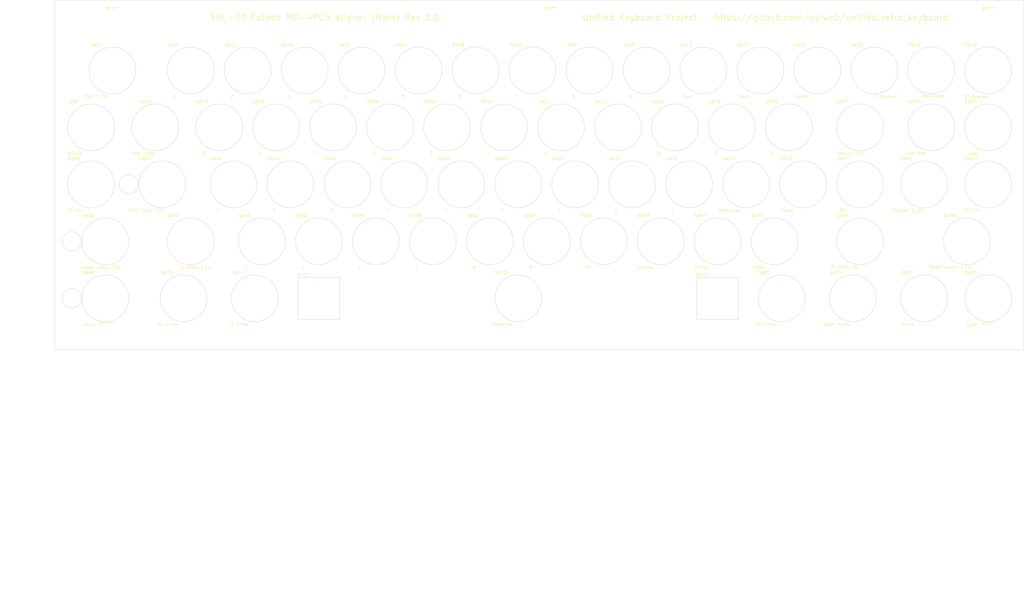
<source format=kicad_pcb>
(kicad_pcb (version 20171130) (host pcbnew "(5.1.5-0-10_14)")

  (general
    (thickness 1.6)
    (drawings 10)
    (tracks 0)
    (zones 0)
    (modules 77)
    (nets 1)
  )

  (page C)
  (title_block
    (title "Unified Retro Keyboard")
    (date 2019-08-25)
    (rev 1.3)
    (company OSIWeb.org)
    (comment 1 "Key matrix w/ LED")
  )

  (layers
    (0 F.Cu signal)
    (31 B.Cu signal)
    (32 B.Adhes user)
    (33 F.Adhes user)
    (34 B.Paste user)
    (35 F.Paste user)
    (36 B.SilkS user)
    (37 F.SilkS user)
    (38 B.Mask user)
    (39 F.Mask user)
    (40 Dwgs.User user)
    (41 Cmts.User user)
    (42 Eco1.User user)
    (43 Eco2.User user)
    (44 Edge.Cuts user)
    (45 Margin user)
    (46 B.CrtYd user)
    (47 F.CrtYd user)
    (48 B.Fab user)
    (49 F.Fab user)
  )

  (setup
    (last_trace_width 0.254)
    (user_trace_width 0.254)
    (user_trace_width 0.508)
    (user_trace_width 1.27)
    (trace_clearance 0.2)
    (zone_clearance 0.508)
    (zone_45_only no)
    (trace_min 0.2)
    (via_size 0.8128)
    (via_drill 0.4064)
    (via_min_size 0.4)
    (via_min_drill 0.3)
    (user_via 1.27 0.7112)
    (uvia_size 0.3048)
    (uvia_drill 0.1016)
    (uvias_allowed no)
    (uvia_min_size 0.2)
    (uvia_min_drill 0.1)
    (edge_width 0.05)
    (segment_width 0.2)
    (pcb_text_width 0.3)
    (pcb_text_size 1.5 1.5)
    (mod_edge_width 0.12)
    (mod_text_size 1 1)
    (mod_text_width 0.15)
    (pad_size 3.81 3.81)
    (pad_drill 3.81)
    (pad_to_mask_clearance 0)
    (aux_axis_origin 61.4172 179.1081)
    (grid_origin 76.835 223.393)
    (visible_elements 7FFFEFFF)
    (pcbplotparams
      (layerselection 0x010fc_ffffffff)
      (usegerberextensions false)
      (usegerberattributes false)
      (usegerberadvancedattributes false)
      (creategerberjobfile false)
      (excludeedgelayer true)
      (linewidth 0.100000)
      (plotframeref false)
      (viasonmask false)
      (mode 1)
      (useauxorigin false)
      (hpglpennumber 1)
      (hpglpenspeed 20)
      (hpglpendiameter 15.000000)
      (psnegative false)
      (psa4output false)
      (plotreference true)
      (plotvalue true)
      (plotinvisibletext false)
      (padsonsilk false)
      (subtractmaskfromsilk false)
      (outputformat 1)
      (mirror false)
      (drillshape 0)
      (scaleselection 1)
      (outputdirectory "main-outputs/"))
  )

  (net 0 "")

  (net_class Default "This is the default net class."
    (clearance 0.2)
    (trace_width 0.254)
    (via_dia 0.8128)
    (via_drill 0.4064)
    (uvia_dia 0.3048)
    (uvia_drill 0.1016)
    (diff_pair_width 0.2032)
    (diff_pair_gap 0.254)
  )

  (net_class power1 ""
    (clearance 0.254)
    (trace_width 1.27)
    (via_dia 1.27)
    (via_drill 0.7112)
    (uvia_dia 0.3048)
    (uvia_drill 0.1016)
    (diff_pair_width 0.2032)
    (diff_pair_gap 0.254)
  )

  (net_class signal ""
    (clearance 0.2032)
    (trace_width 0.254)
    (via_dia 0.8128)
    (via_drill 0.4064)
    (uvia_dia 0.3048)
    (uvia_drill 0.1016)
    (diff_pair_width 0.2032)
    (diff_pair_gap 0.254)
  )

  (module MountingHole:MountingHole_3.2mm_M3 locked (layer F.Cu) (tedit 56D1B4CB) (tstamp 5E74F0C5)
    (at 408.61488 219.49156)
    (descr "Mounting Hole 3.2mm, no annular, M3")
    (tags "mounting hole 3.2mm no annular m3")
    (attr virtual)
    (fp_text reference REF** (at 0 -4.2) (layer F.SilkS)
      (effects (font (size 1 1) (thickness 0.15)))
    )
    (fp_text value MountingHole_3.2mm_M3 (at 0 4.2) (layer F.Fab)
      (effects (font (size 1 1) (thickness 0.15)))
    )
    (fp_circle (center 0 0) (end 3.45 0) (layer F.CrtYd) (width 0.05))
    (fp_circle (center 0 0) (end 3.2 0) (layer Cmts.User) (width 0.15))
    (fp_text user %R (at 0.3 0) (layer F.Fab)
      (effects (font (size 1 1) (thickness 0.15)))
    )
    (pad 1 np_thru_hole circle (at 0 0) (size 3.2 3.2) (drill 3.2) (layers *.Cu *.Mask))
  )

  (module MountingHole:MountingHole_3.2mm_M3 locked (layer F.Cu) (tedit 56D1B4CB) (tstamp 5E74F0C5)
    (at 113.33988 219.49156)
    (descr "Mounting Hole 3.2mm, no annular, M3")
    (tags "mounting hole 3.2mm no annular m3")
    (attr virtual)
    (fp_text reference REF** (at 0 -4.2) (layer F.SilkS)
      (effects (font (size 1 1) (thickness 0.15)))
    )
    (fp_text value MountingHole_3.2mm_M3 (at 0 4.2) (layer F.Fab)
      (effects (font (size 1 1) (thickness 0.15)))
    )
    (fp_circle (center 0 0) (end 3.45 0) (layer F.CrtYd) (width 0.05))
    (fp_circle (center 0 0) (end 3.2 0) (layer Cmts.User) (width 0.15))
    (fp_text user %R (at 0.3 0) (layer F.Fab)
      (effects (font (size 1 1) (thickness 0.15)))
    )
    (pad 1 np_thru_hole circle (at 0 0) (size 3.2 3.2) (drill 3.2) (layers *.Cu *.Mask))
  )

  (module MountingHole:MountingHole_3.2mm_M3 locked (layer F.Cu) (tedit 56D1B4CB) (tstamp 5E73FE90)
    (at 408.61488 114.08156)
    (descr "Mounting Hole 3.2mm, no annular, M3")
    (tags "mounting hole 3.2mm no annular m3")
    (attr virtual)
    (fp_text reference REF** (at 0 -4.2) (layer F.SilkS)
      (effects (font (size 1 1) (thickness 0.15)))
    )
    (fp_text value MountingHole_3.2mm_M3 (at 0 4.2) (layer F.Fab)
      (effects (font (size 1 1) (thickness 0.15)))
    )
    (fp_text user %R (at 0.3 0) (layer F.Fab)
      (effects (font (size 1 1) (thickness 0.15)))
    )
    (fp_circle (center 0 0) (end 3.2 0) (layer Cmts.User) (width 0.15))
    (fp_circle (center 0 0) (end 3.45 0) (layer F.CrtYd) (width 0.05))
    (pad 1 np_thru_hole circle (at 0 0) (size 3.2 3.2) (drill 3.2) (layers *.Cu *.Mask))
  )

  (module MountingHole:MountingHole_3.2mm_M3 locked (layer F.Cu) (tedit 56D1B4CB) (tstamp 5E73FE90)
    (at 262.168005 114.08156)
    (descr "Mounting Hole 3.2mm, no annular, M3")
    (tags "mounting hole 3.2mm no annular m3")
    (attr virtual)
    (fp_text reference REF** (at 0 -4.2) (layer F.SilkS)
      (effects (font (size 1 1) (thickness 0.15)))
    )
    (fp_text value MountingHole_3.2mm_M3 (at 0 4.2) (layer F.Fab)
      (effects (font (size 1 1) (thickness 0.15)))
    )
    (fp_text user %R (at 0.3 0) (layer F.Fab)
      (effects (font (size 1 1) (thickness 0.15)))
    )
    (fp_circle (center 0 0) (end 3.2 0) (layer Cmts.User) (width 0.15))
    (fp_circle (center 0 0) (end 3.45 0) (layer F.CrtYd) (width 0.05))
    (pad 1 np_thru_hole circle (at 0 0) (size 3.2 3.2) (drill 3.2) (layers *.Cu *.Mask))
  )

  (module MountingHole:MountingHole_3.2mm_M3 locked (layer F.Cu) (tedit 56D1B4CB) (tstamp 5E73FE8E)
    (at 115.72113 114.08156)
    (descr "Mounting Hole 3.2mm, no annular, M3")
    (tags "mounting hole 3.2mm no annular m3")
    (attr virtual)
    (fp_text reference REF** (at 0 -4.2) (layer F.SilkS)
      (effects (font (size 1 1) (thickness 0.15)))
    )
    (fp_text value MountingHole_3.2mm_M3 (at 0 4.2) (layer F.Fab)
      (effects (font (size 1 1) (thickness 0.15)))
    )
    (fp_circle (center 0 0) (end 3.45 0) (layer F.CrtYd) (width 0.05))
    (fp_circle (center 0 0) (end 3.2 0) (layer Cmts.User) (width 0.15))
    (fp_text user %R (at 0.3 0) (layer F.Fab)
      (effects (font (size 1 1) (thickness 0.15)))
    )
    (pad 1 np_thru_hole circle (at 0 0) (size 3.2 3.2) (drill 3.2) (layers *.Cu *.Mask))
  )

  (module unikbd:Key_MX_Aligner (layer F.Cu) (tedit 5E72B33B) (tstamp 5E7310BE)
    (at 318.12738 206.79156)
    (fp_text reference REF** (at -5.0292 -7.7724) (layer F.SilkS)
      (effects (font (size 1 1) (thickness 0.15)))
    )
    (fp_text value Key_MX_Aligner (at 0 7.9756) (layer B.Fab)
      (effects (font (size 1 1) (thickness 0.15)))
    )
    (fp_line (start -6.985 -6.985) (end -6.985 6.985) (layer Edge.Cuts) (width 0.12))
    (fp_line (start 6.985 6.985) (end 6.985 -6.985) (layer Edge.Cuts) (width 0.12))
    (fp_line (start -6.985 -6.985) (end 6.985 -6.985) (layer Edge.Cuts) (width 0.12))
    (fp_line (start -6.985 6.985) (end 6.985 6.985) (layer Edge.Cuts) (width 0.12))
  )

  (module unikbd:Key_MX_Aligner (layer F.Cu) (tedit 5E72B33B) (tstamp 5E73109A)
    (at 184.77738 206.79156)
    (fp_text reference REF** (at -5.0292 -7.7724) (layer F.SilkS)
      (effects (font (size 1 1) (thickness 0.15)))
    )
    (fp_text value Key_MX_Aligner (at 0 7.9756) (layer B.Fab)
      (effects (font (size 1 1) (thickness 0.15)))
    )
    (fp_line (start -6.985 -6.985) (end -6.985 6.985) (layer Edge.Cuts) (width 0.12))
    (fp_line (start 6.985 6.985) (end 6.985 -6.985) (layer Edge.Cuts) (width 0.12))
    (fp_line (start -6.985 -6.985) (end 6.985 -6.985) (layer Edge.Cuts) (width 0.12))
    (fp_line (start -6.985 6.985) (end 6.985 6.985) (layer Edge.Cuts) (width 0.12))
  )

  (module unikbd:Futaba-MD-4PCS-aligner locked (layer F.Cu) (tedit 5DA63068) (tstamp 5E12D584)
    (at 251.45238 206.79156)
    (path /5E16AC8E/5E135ADC)
    (fp_text reference SW78 (at -5.7912 -8.6106) (layer F.SilkS)
      (effects (font (size 1 1) (thickness 0.15)))
    )
    (fp_text value Spacebar (at -5.334 8.6614) (layer F.SilkS)
      (effects (font (size 1 1) (thickness 0.15)))
    )
    (fp_circle (center 0 0) (end 7.8232 0) (layer Edge.Cuts) (width 0.12))
    (pad "" np_thru_hole circle (at -6.985 -6.985) (size 1.6256 1.6256) (drill 1.6256) (layers *.Cu *.Mask))
    (pad "" np_thru_hole circle (at -6.985 6.985) (size 1.6256 1.6256) (drill 1.6256) (layers *.Cu *.Mask))
    (pad "" np_thru_hole circle (at 6.985 6.985) (size 1.6256 1.6256) (drill 1.6256) (layers *.Cu *.Mask))
    (pad "" np_thru_hole circle (at 6.985 -6.985) (size 1.6256 1.6256) (drill 1.6256) (layers *.Cu *.Mask))
  )

  (module unikbd:Futaba-MD-4PCS-aligner locked (layer F.Cu) (tedit 5DA63068) (tstamp 5E12D458)
    (at 251.45238 168.69156)
    (path /5BC3E99D/5BC3FF70)
    (fp_text reference SW63 (at -5.7912 -8.6106) (layer F.SilkS)
      (effects (font (size 1 1) (thickness 0.15)))
    )
    (fp_text value H (at -5.334 8.6614) (layer F.SilkS)
      (effects (font (size 1 1) (thickness 0.15)))
    )
    (fp_circle (center 0 0) (end 7.8232 0) (layer Edge.Cuts) (width 0.12))
    (pad "" np_thru_hole circle (at -6.985 -6.985) (size 1.6256 1.6256) (drill 1.6256) (layers *.Cu *.Mask))
    (pad "" np_thru_hole circle (at -6.985 6.985) (size 1.6256 1.6256) (drill 1.6256) (layers *.Cu *.Mask))
    (pad "" np_thru_hole circle (at 6.985 6.985) (size 1.6256 1.6256) (drill 1.6256) (layers *.Cu *.Mask))
    (pad "" np_thru_hole circle (at 6.985 -6.985) (size 1.6256 1.6256) (drill 1.6256) (layers *.Cu *.Mask))
  )

  (module unikbd:Futaba-MD-4PCS-aligner locked (layer F.Cu) (tedit 5DA63068) (tstamp 5E12D41C)
    (at 232.40238 168.69156)
    (path /5BC3E99D/5BC3FF77)
    (fp_text reference SW60 (at -5.7912 -8.6106) (layer F.SilkS)
      (effects (font (size 1 1) (thickness 0.15)))
    )
    (fp_text value G (at -5.334 8.6614) (layer F.SilkS)
      (effects (font (size 1 1) (thickness 0.15)))
    )
    (fp_circle (center 0 0) (end 7.8232 0) (layer Edge.Cuts) (width 0.12))
    (pad "" np_thru_hole circle (at -6.985 -6.985) (size 1.6256 1.6256) (drill 1.6256) (layers *.Cu *.Mask))
    (pad "" np_thru_hole circle (at -6.985 6.985) (size 1.6256 1.6256) (drill 1.6256) (layers *.Cu *.Mask))
    (pad "" np_thru_hole circle (at 6.985 6.985) (size 1.6256 1.6256) (drill 1.6256) (layers *.Cu *.Mask))
    (pad "" np_thru_hole circle (at 6.985 -6.985) (size 1.6256 1.6256) (drill 1.6256) (layers *.Cu *.Mask))
  )

  (module unikbd:Futaba-MD-4PCS-aligner locked (layer F.Cu) (tedit 5DA63068) (tstamp 5E12D430)
    (at 387.18363 168.69156)
    (path /5BC3E99D/5BC6CD87)
    (fp_text reference SW61 (at -5.7912 -8.6106) (layer F.SilkS)
      (effects (font (size 1 1) (thickness 0.15)))
    )
    (fp_text value "Repeat: 1.25x" (at -5.334 8.6614) (layer F.SilkS)
      (effects (font (size 1 1) (thickness 0.15)))
    )
    (fp_circle (center 0 0) (end 7.8232 0) (layer Edge.Cuts) (width 0.12))
    (pad "" np_thru_hole circle (at -6.985 -6.985) (size 1.6256 1.6256) (drill 1.6256) (layers *.Cu *.Mask))
    (pad "" np_thru_hole circle (at -6.985 6.985) (size 1.6256 1.6256) (drill 1.6256) (layers *.Cu *.Mask))
    (pad "" np_thru_hole circle (at 6.985 6.985) (size 1.6256 1.6256) (drill 1.6256) (layers *.Cu *.Mask))
    (pad "" np_thru_hole circle (at 6.985 -6.985) (size 1.6256 1.6256) (drill 1.6256) (layers *.Cu *.Mask))
  )

  (module unikbd:Futaba-MD-4PCS-aligner locked (layer F.Cu) (tedit 5DA63068) (tstamp 5E12D3CC)
    (at 213.35238 168.69156)
    (path /5BC3E99D/5BC3FF69)
    (fp_text reference SW56 (at -5.7912 -8.6106) (layer F.SilkS)
      (effects (font (size 1 1) (thickness 0.15)))
    )
    (fp_text value F (at -5.334 8.6614) (layer F.SilkS)
      (effects (font (size 1 1) (thickness 0.15)))
    )
    (fp_circle (center 0 0) (end 7.8232 0) (layer Edge.Cuts) (width 0.12))
    (pad "" np_thru_hole circle (at -6.985 -6.985) (size 1.6256 1.6256) (drill 1.6256) (layers *.Cu *.Mask))
    (pad "" np_thru_hole circle (at -6.985 6.985) (size 1.6256 1.6256) (drill 1.6256) (layers *.Cu *.Mask))
    (pad "" np_thru_hole circle (at 6.985 6.985) (size 1.6256 1.6256) (drill 1.6256) (layers *.Cu *.Mask))
    (pad "" np_thru_hole circle (at 6.985 -6.985) (size 1.6256 1.6256) (drill 1.6256) (layers *.Cu *.Mask))
  )

  (module unikbd:Futaba-MD-4PCS-aligner locked (layer F.Cu) (tedit 5DA63068) (tstamp 5E12D46C)
    (at 408.61488 168.69156)
    (path /5BC3E99D/5BC6CD80)
    (fp_text reference SW64 (at -5.7912 -8.6106) (layer F.SilkS)
      (effects (font (size 1 1) (thickness 0.15)))
    )
    (fp_text value "RT Ctrl" (at -5.334 8.6614) (layer F.SilkS)
      (effects (font (size 1 1) (thickness 0.15)))
    )
    (fp_circle (center 0 0) (end 7.8232 0) (layer Edge.Cuts) (width 0.12))
    (pad "" np_thru_hole circle (at -6.985 -6.985) (size 1.6256 1.6256) (drill 1.6256) (layers *.Cu *.Mask))
    (pad "" np_thru_hole circle (at -6.985 6.985) (size 1.6256 1.6256) (drill 1.6256) (layers *.Cu *.Mask))
    (pad "" np_thru_hole circle (at 6.985 6.985) (size 1.6256 1.6256) (drill 1.6256) (layers *.Cu *.Mask))
    (pad "" np_thru_hole circle (at 6.985 -6.985) (size 1.6256 1.6256) (drill 1.6256) (layers *.Cu *.Mask))
  )

  (module unikbd:Futaba-MD-4PCS-aligner locked (layer F.Cu) (tedit 5DA63068) (tstamp 5E12D250)
    (at 270.50238 168.69156)
    (path /5BC3E99D/5E1BE11F)
    (fp_text reference SW37 (at -5.7912 -8.6106) (layer F.SilkS)
      (effects (font (size 1 1) (thickness 0.15)))
    )
    (fp_text value J (at -5.334 8.6614) (layer F.SilkS)
      (effects (font (size 1 1) (thickness 0.15)))
    )
    (fp_circle (center 0 0) (end 7.8232 0) (layer Edge.Cuts) (width 0.12))
    (pad "" np_thru_hole circle (at -6.985 -6.985) (size 1.6256 1.6256) (drill 1.6256) (layers *.Cu *.Mask))
    (pad "" np_thru_hole circle (at -6.985 6.985) (size 1.6256 1.6256) (drill 1.6256) (layers *.Cu *.Mask))
    (pad "" np_thru_hole circle (at 6.985 6.985) (size 1.6256 1.6256) (drill 1.6256) (layers *.Cu *.Mask))
    (pad "" np_thru_hole circle (at 6.985 -6.985) (size 1.6256 1.6256) (drill 1.6256) (layers *.Cu *.Mask))
  )

  (module unikbd:Futaba-MD-4PCS-aligner locked (layer F.Cu) (tedit 5DA63068) (tstamp 5E12D28C)
    (at 132.38988 168.69156)
    (path /5BC3E99D/5BC3FD26)
    (fp_text reference SW40 (at -5.7912 -8.6106) (layer F.SilkS)
      (effects (font (size 1 1) (thickness 0.15)))
    )
    (fp_text value "Shift Lock: 1.5x" (at -5.334 8.6614) (layer F.SilkS)
      (effects (font (size 1 1) (thickness 0.15)))
    )
    (fp_circle (center 0 0) (end 7.8232 0) (layer Edge.Cuts) (width 0.12))
    (pad "" np_thru_hole circle (at -6.985 -6.985) (size 1.6256 1.6256) (drill 1.6256) (layers *.Cu *.Mask))
    (pad "" np_thru_hole circle (at -6.985 6.985) (size 1.6256 1.6256) (drill 1.6256) (layers *.Cu *.Mask))
    (pad "" np_thru_hole circle (at 6.985 6.985) (size 1.6256 1.6256) (drill 1.6256) (layers *.Cu *.Mask))
    (pad "" np_thru_hole circle (at 6.985 -6.985) (size 1.6256 1.6256) (drill 1.6256) (layers *.Cu *.Mask))
  )

  (module unikbd:Futaba-MD-4PCS-aligner locked (layer F.Cu) (tedit 5DA63068) (tstamp 5E12D2A0)
    (at 289.55238 168.69156)
    (path /5BC3E99D/5BC6CD5D)
    (fp_text reference SW41 (at -5.7912 -8.6106) (layer F.SilkS)
      (effects (font (size 1 1) (thickness 0.15)))
    )
    (fp_text value K (at -5.334 8.6614) (layer F.SilkS)
      (effects (font (size 1 1) (thickness 0.15)))
    )
    (fp_circle (center 0 0) (end 7.8232 0) (layer Edge.Cuts) (width 0.12))
    (pad "" np_thru_hole circle (at -6.985 -6.985) (size 1.6256 1.6256) (drill 1.6256) (layers *.Cu *.Mask))
    (pad "" np_thru_hole circle (at -6.985 6.985) (size 1.6256 1.6256) (drill 1.6256) (layers *.Cu *.Mask))
    (pad "" np_thru_hole circle (at 6.985 6.985) (size 1.6256 1.6256) (drill 1.6256) (layers *.Cu *.Mask))
    (pad "" np_thru_hole circle (at 6.985 -6.985) (size 1.6256 1.6256) (drill 1.6256) (layers *.Cu *.Mask))
  )

  (module unikbd:Futaba-MD-4PCS-aligner locked (layer F.Cu) (tedit 5DA63068) (tstamp 5E12D2DC)
    (at 156.20238 168.69156)
    (path /5BC3E99D/5BC3FE57)
    (fp_text reference SW44 (at -5.7912 -8.6106) (layer F.SilkS)
      (effects (font (size 1 1) (thickness 0.15)))
    )
    (fp_text value A (at -5.334 8.6614) (layer F.SilkS)
      (effects (font (size 1 1) (thickness 0.15)))
    )
    (fp_circle (center 0 0) (end 7.8232 0) (layer Edge.Cuts) (width 0.12))
    (pad "" np_thru_hole circle (at -6.985 -6.985) (size 1.6256 1.6256) (drill 1.6256) (layers *.Cu *.Mask))
    (pad "" np_thru_hole circle (at -6.985 6.985) (size 1.6256 1.6256) (drill 1.6256) (layers *.Cu *.Mask))
    (pad "" np_thru_hole circle (at 6.985 6.985) (size 1.6256 1.6256) (drill 1.6256) (layers *.Cu *.Mask))
    (pad "" np_thru_hole circle (at 6.985 -6.985) (size 1.6256 1.6256) (drill 1.6256) (layers *.Cu *.Mask))
  )

  (module unikbd:Futaba-MD-4PCS-aligner locked (layer F.Cu) (tedit 5DA63068) (tstamp 5E12D2F0)
    (at 308.60238 168.69156)
    (path /5BC3E99D/5BC6CD6B)
    (fp_text reference SW45 (at -5.7912 -8.6106) (layer F.SilkS)
      (effects (font (size 1 1) (thickness 0.15)))
    )
    (fp_text value L (at -5.334 8.6614) (layer F.SilkS)
      (effects (font (size 1 1) (thickness 0.15)))
    )
    (fp_circle (center 0 0) (end 7.8232 0) (layer Edge.Cuts) (width 0.12))
    (pad "" np_thru_hole circle (at -6.985 -6.985) (size 1.6256 1.6256) (drill 1.6256) (layers *.Cu *.Mask))
    (pad "" np_thru_hole circle (at -6.985 6.985) (size 1.6256 1.6256) (drill 1.6256) (layers *.Cu *.Mask))
    (pad "" np_thru_hole circle (at 6.985 6.985) (size 1.6256 1.6256) (drill 1.6256) (layers *.Cu *.Mask))
    (pad "" np_thru_hole circle (at 6.985 -6.985) (size 1.6256 1.6256) (drill 1.6256) (layers *.Cu *.Mask))
  )

  (module unikbd:Futaba-MD-4PCS-aligner locked (layer F.Cu) (tedit 5DA63068) (tstamp 5E12D32C)
    (at 175.25238 168.69156)
    (path /5BC3E99D/5E1BE11D)
    (fp_text reference SW48 (at -5.7912 -8.6106) (layer F.SilkS)
      (effects (font (size 1 1) (thickness 0.15)))
    )
    (fp_text value S (at -5.334 8.6614) (layer F.SilkS)
      (effects (font (size 1 1) (thickness 0.15)))
    )
    (fp_circle (center 0 0) (end 7.8232 0) (layer Edge.Cuts) (width 0.12))
    (pad "" np_thru_hole circle (at -6.985 -6.985) (size 1.6256 1.6256) (drill 1.6256) (layers *.Cu *.Mask))
    (pad "" np_thru_hole circle (at -6.985 6.985) (size 1.6256 1.6256) (drill 1.6256) (layers *.Cu *.Mask))
    (pad "" np_thru_hole circle (at 6.985 6.985) (size 1.6256 1.6256) (drill 1.6256) (layers *.Cu *.Mask))
    (pad "" np_thru_hole circle (at 6.985 -6.985) (size 1.6256 1.6256) (drill 1.6256) (layers *.Cu *.Mask))
  )

  (module unikbd:Futaba-MD-4PCS-aligner locked (layer F.Cu) (tedit 5DA63068) (tstamp 5E12D340)
    (at 327.65238 168.69156)
    (path /5BC3E99D/5BC6CD64)
    (fp_text reference SW49 (at -5.7912 -8.6106) (layer F.SilkS)
      (effects (font (size 1 1) (thickness 0.15)))
    )
    (fp_text value Semicolon (at -5.334 8.6614) (layer F.SilkS)
      (effects (font (size 1 1) (thickness 0.15)))
    )
    (fp_circle (center 0 0) (end 7.8232 0) (layer Edge.Cuts) (width 0.12))
    (pad "" np_thru_hole circle (at -6.985 -6.985) (size 1.6256 1.6256) (drill 1.6256) (layers *.Cu *.Mask))
    (pad "" np_thru_hole circle (at -6.985 6.985) (size 1.6256 1.6256) (drill 1.6256) (layers *.Cu *.Mask))
    (pad "" np_thru_hole circle (at 6.985 6.985) (size 1.6256 1.6256) (drill 1.6256) (layers *.Cu *.Mask))
    (pad "" np_thru_hole circle (at 6.985 -6.985) (size 1.6256 1.6256) (drill 1.6256) (layers *.Cu *.Mask))
  )

  (module unikbd:Futaba-MD-4PCS-aligner locked (layer F.Cu) (tedit 5DA63068) (tstamp 5E12D37C)
    (at 194.30238 168.69156)
    (path /5BC3E99D/5E0AC938)
    (fp_text reference SW52 (at -5.7912 -8.6106) (layer F.SilkS)
      (effects (font (size 1 1) (thickness 0.15)))
    )
    (fp_text value D (at -5.334 8.6614) (layer F.SilkS)
      (effects (font (size 1 1) (thickness 0.15)))
    )
    (fp_circle (center 0 0) (end 7.8232 0) (layer Edge.Cuts) (width 0.12))
    (pad "" np_thru_hole circle (at -6.985 -6.985) (size 1.6256 1.6256) (drill 1.6256) (layers *.Cu *.Mask))
    (pad "" np_thru_hole circle (at -6.985 6.985) (size 1.6256 1.6256) (drill 1.6256) (layers *.Cu *.Mask))
    (pad "" np_thru_hole circle (at 6.985 6.985) (size 1.6256 1.6256) (drill 1.6256) (layers *.Cu *.Mask))
    (pad "" np_thru_hole circle (at 6.985 -6.985) (size 1.6256 1.6256) (drill 1.6256) (layers *.Cu *.Mask))
  )

  (module unikbd:Futaba-MD-4PCS-aligner locked (layer F.Cu) (tedit 5DA63068) (tstamp 5E12D390)
    (at 346.70238 168.69156)
    (path /5BC3E99D/5BC6CD72)
    (fp_text reference SW53 (at -5.7912 -8.6106) (layer F.SilkS)
      (effects (font (size 1 1) (thickness 0.15)))
    )
    (fp_text value Colon (at -5.334 8.6614) (layer F.SilkS)
      (effects (font (size 1 1) (thickness 0.15)))
    )
    (fp_circle (center 0 0) (end 7.8232 0) (layer Edge.Cuts) (width 0.12))
    (pad "" np_thru_hole circle (at -6.985 -6.985) (size 1.6256 1.6256) (drill 1.6256) (layers *.Cu *.Mask))
    (pad "" np_thru_hole circle (at -6.985 6.985) (size 1.6256 1.6256) (drill 1.6256) (layers *.Cu *.Mask))
    (pad "" np_thru_hole circle (at 6.985 6.985) (size 1.6256 1.6256) (drill 1.6256) (layers *.Cu *.Mask))
    (pad "" np_thru_hole circle (at 6.985 -6.985) (size 1.6256 1.6256) (drill 1.6256) (layers *.Cu *.Mask))
  )

  (module unikbd:Futaba-MD-4PCS-aligner locked (layer F.Cu) (tedit 5DA63068) (tstamp 5E12D3E0)
    (at 365.75238 168.69156)
    (path /5BC3E99D/5BC6CD79)
    (fp_text reference SW57 (at -5.7912 -8.6106) (layer F.SilkS)
      (effects (font (size 1 1) (thickness 0.15)))
    )
    (fp_text value DEL (at -5.334 8.6614) (layer F.SilkS)
      (effects (font (size 1 1) (thickness 0.15)))
    )
    (fp_circle (center 0 0) (end 7.8232 0) (layer Edge.Cuts) (width 0.12))
    (pad "" np_thru_hole circle (at -6.985 -6.985) (size 1.6256 1.6256) (drill 1.6256) (layers *.Cu *.Mask))
    (pad "" np_thru_hole circle (at -6.985 6.985) (size 1.6256 1.6256) (drill 1.6256) (layers *.Cu *.Mask))
    (pad "" np_thru_hole circle (at 6.985 6.985) (size 1.6256 1.6256) (drill 1.6256) (layers *.Cu *.Mask))
    (pad "" np_thru_hole circle (at 6.985 -6.985) (size 1.6256 1.6256) (drill 1.6256) (layers *.Cu *.Mask))
  )

  (module unikbd:Futaba-MD-4PCS-aligner locked (layer F.Cu) (tedit 5DA63068) (tstamp 5E12D3A4)
    (at 203.82738 187.74156)
    (path /5BC3E99D/5BC6CEF2)
    (fp_text reference SW54 (at -5.7912 -8.6106) (layer F.SilkS)
      (effects (font (size 1 1) (thickness 0.15)))
    )
    (fp_text value C (at -5.334 8.6614) (layer F.SilkS)
      (effects (font (size 1 1) (thickness 0.15)))
    )
    (fp_circle (center 0 0) (end 7.8232 0) (layer Edge.Cuts) (width 0.12))
    (pad "" np_thru_hole circle (at -6.985 -6.985) (size 1.6256 1.6256) (drill 1.6256) (layers *.Cu *.Mask))
    (pad "" np_thru_hole circle (at -6.985 6.985) (size 1.6256 1.6256) (drill 1.6256) (layers *.Cu *.Mask))
    (pad "" np_thru_hole circle (at 6.985 6.985) (size 1.6256 1.6256) (drill 1.6256) (layers *.Cu *.Mask))
    (pad "" np_thru_hole circle (at 6.985 -6.985) (size 1.6256 1.6256) (drill 1.6256) (layers *.Cu *.Mask))
  )

  (module unikbd:Futaba-MD-4PCS-aligner locked (layer F.Cu) (tedit 5DA63068) (tstamp 5E6EC726)
    (at 163.34613 206.79156)
    (path /5E16AC8E/5E1BE0F6)
    (fp_text reference SW74 (at -5.7912 -8.6106) (layer F.SilkS)
      (effects (font (size 1 1) (thickness 0.15)))
    )
    (fp_text value "LT Arrow" (at -5.334 8.6614) (layer F.SilkS)
      (effects (font (size 1 1) (thickness 0.15)))
    )
    (fp_circle (center 0 0) (end 7.8232 0) (layer Edge.Cuts) (width 0.12))
    (pad "" np_thru_hole circle (at -6.985 -6.985) (size 1.6256 1.6256) (drill 1.6256) (layers *.Cu *.Mask))
    (pad "" np_thru_hole circle (at -6.985 6.985) (size 1.6256 1.6256) (drill 1.6256) (layers *.Cu *.Mask))
    (pad "" np_thru_hole circle (at 6.985 6.985) (size 1.6256 1.6256) (drill 1.6256) (layers *.Cu *.Mask))
    (pad "" np_thru_hole circle (at 6.985 -6.985) (size 1.6256 1.6256) (drill 1.6256) (layers *.Cu *.Mask))
  )

  (module unikbd:Futaba-MD-4PCS-aligner locked (layer F.Cu) (tedit 5DA63068) (tstamp 5E12D1C4)
    (at 227.63988 149.64156)
    (path /5BC3EA0A/5BCAF420)
    (fp_text reference SW30 (at -5.7912 -8.6106) (layer F.SilkS)
      (effects (font (size 1 1) (thickness 0.15)))
    )
    (fp_text value T (at -5.334 8.6614) (layer F.SilkS)
      (effects (font (size 1 1) (thickness 0.15)))
    )
    (fp_circle (center 0 0) (end 7.8232 0) (layer Edge.Cuts) (width 0.12))
    (pad "" np_thru_hole circle (at -6.985 -6.985) (size 1.6256 1.6256) (drill 1.6256) (layers *.Cu *.Mask))
    (pad "" np_thru_hole circle (at -6.985 6.985) (size 1.6256 1.6256) (drill 1.6256) (layers *.Cu *.Mask))
    (pad "" np_thru_hole circle (at 6.985 6.985) (size 1.6256 1.6256) (drill 1.6256) (layers *.Cu *.Mask))
    (pad "" np_thru_hole circle (at 6.985 -6.985) (size 1.6256 1.6256) (drill 1.6256) (layers *.Cu *.Mask))
  )

  (module unikbd:Futaba-MD-4PCS-aligner locked (layer F.Cu) (tedit 5DA63068) (tstamp 5E12D64C)
    (at 408.61488 206.79156)
    (path /5E16AC8E/5E1BE0F8)
    (fp_text reference SW88 (at -5.7912 -8.6106) (layer F.SilkS)
      (effects (font (size 1 1) (thickness 0.15)))
    )
    (fp_text value Clear (at -5.334 8.6614) (layer F.SilkS)
      (effects (font (size 1 1) (thickness 0.15)))
    )
    (fp_circle (center 0 0) (end 7.8232 0) (layer Edge.Cuts) (width 0.12))
    (pad "" np_thru_hole circle (at -6.985 -6.985) (size 1.6256 1.6256) (drill 1.6256) (layers *.Cu *.Mask))
    (pad "" np_thru_hole circle (at -6.985 6.985) (size 1.6256 1.6256) (drill 1.6256) (layers *.Cu *.Mask))
    (pad "" np_thru_hole circle (at 6.985 6.985) (size 1.6256 1.6256) (drill 1.6256) (layers *.Cu *.Mask))
    (pad "" np_thru_hole circle (at 6.985 -6.985) (size 1.6256 1.6256) (drill 1.6256) (layers *.Cu *.Mask))
  )

  (module unikbd:Futaba-MD-4PCS-aligner locked (layer F.Cu) (tedit 5DA63068) (tstamp 5E12D638)
    (at 387.18363 206.79156)
    (path /5E16AC8E/5E1BE0F9)
    (fp_text reference SW87 (at -5.7912 -8.6106) (layer F.SilkS)
      (effects (font (size 1 1) (thickness 0.15)))
    )
    (fp_text value Home (at -5.334 8.6614) (layer F.SilkS)
      (effects (font (size 1 1) (thickness 0.15)))
    )
    (fp_circle (center 0 0) (end 7.8232 0) (layer Edge.Cuts) (width 0.12))
    (pad "" np_thru_hole circle (at -6.985 -6.985) (size 1.6256 1.6256) (drill 1.6256) (layers *.Cu *.Mask))
    (pad "" np_thru_hole circle (at -6.985 6.985) (size 1.6256 1.6256) (drill 1.6256) (layers *.Cu *.Mask))
    (pad "" np_thru_hole circle (at 6.985 6.985) (size 1.6256 1.6256) (drill 1.6256) (layers *.Cu *.Mask))
    (pad "" np_thru_hole circle (at 6.985 -6.985) (size 1.6256 1.6256) (drill 1.6256) (layers *.Cu *.Mask))
  )

  (module unikbd:Futaba-MD-4PCS-aligner locked (layer F.Cu) (tedit 5DA63068) (tstamp 5E12D5FC)
    (at 363.37113 206.79156)
    (path /5E16AC8E/5E1BE0F7)
    (fp_text reference SW84 (at -5.7912 -8.6106) (layer F.SilkS)
      (effects (font (size 1 1) (thickness 0.15)))
    )
    (fp_text value "Down Arrow" (at -5.334 8.6614) (layer F.SilkS)
      (effects (font (size 1 1) (thickness 0.15)))
    )
    (fp_circle (center 0 0) (end 7.8232 0) (layer Edge.Cuts) (width 0.12))
    (pad "" np_thru_hole circle (at -6.985 -6.985) (size 1.6256 1.6256) (drill 1.6256) (layers *.Cu *.Mask))
    (pad "" np_thru_hole circle (at -6.985 6.985) (size 1.6256 1.6256) (drill 1.6256) (layers *.Cu *.Mask))
    (pad "" np_thru_hole circle (at 6.985 6.985) (size 1.6256 1.6256) (drill 1.6256) (layers *.Cu *.Mask))
    (pad "" np_thru_hole circle (at 6.985 -6.985) (size 1.6256 1.6256) (drill 1.6256) (layers *.Cu *.Mask))
  )

  (module unikbd:Futaba-MD-4PCS-aligner locked (layer F.Cu) (tedit 5DA63068) (tstamp 5E10B4C4)
    (at 339.55863 206.79156)
    (path /5E16AC8E/5E1BE119)
    (fp_text reference SW81 (at -5.7912 -8.6106) (layer F.SilkS)
      (effects (font (size 1 1) (thickness 0.15)))
    )
    (fp_text value "RT Arrow" (at -5.334 8.6614) (layer F.SilkS)
      (effects (font (size 1 1) (thickness 0.15)))
    )
    (fp_circle (center 0 0) (end 7.8232 0) (layer Edge.Cuts) (width 0.12))
    (pad "" np_thru_hole circle (at -6.985 -6.985) (size 1.6256 1.6256) (drill 1.6256) (layers *.Cu *.Mask))
    (pad "" np_thru_hole circle (at -6.985 6.985) (size 1.6256 1.6256) (drill 1.6256) (layers *.Cu *.Mask))
    (pad "" np_thru_hole circle (at 6.985 6.985) (size 1.6256 1.6256) (drill 1.6256) (layers *.Cu *.Mask))
    (pad "" np_thru_hole circle (at 6.985 -6.985) (size 1.6256 1.6256) (drill 1.6256) (layers *.Cu *.Mask))
  )

  (module unikbd:Futaba-MD-4PCS-aligner locked (layer F.Cu) (tedit 5DA63068) (tstamp 5E12D4E4)
    (at 139.53363 206.79156)
    (path /5E16AC8E/5E1BE0F5)
    (fp_text reference SW70 (at -5.7912 -8.6106) (layer F.SilkS)
      (effects (font (size 1 1) (thickness 0.15)))
    )
    (fp_text value "Up Arrow" (at -5.334 8.6614) (layer F.SilkS)
      (effects (font (size 1 1) (thickness 0.15)))
    )
    (fp_circle (center 0 0) (end 7.8232 0) (layer Edge.Cuts) (width 0.12))
    (pad "" np_thru_hole circle (at -6.985 -6.985) (size 1.6256 1.6256) (drill 1.6256) (layers *.Cu *.Mask))
    (pad "" np_thru_hole circle (at -6.985 6.985) (size 1.6256 1.6256) (drill 1.6256) (layers *.Cu *.Mask))
    (pad "" np_thru_hole circle (at 6.985 6.985) (size 1.6256 1.6256) (drill 1.6256) (layers *.Cu *.Mask))
    (pad "" np_thru_hole circle (at 6.985 -6.985) (size 1.6256 1.6256) (drill 1.6256) (layers *.Cu *.Mask))
  )

  (module unikbd:Futaba-MD-4PCS-aligner locked (layer F.Cu) (tedit 5DA63068) (tstamp 5E12D494)
    (at 113.33988 206.79156)
    (path /5E16AC8E/5E12EFC1)
    (fp_text reference SW66 (at -5.7912 -8.6106) (layer F.SilkS)
      (effects (font (size 1 1) (thickness 0.15)))
    )
    (fp_text value Local (at -5.334 8.6614) (layer F.SilkS)
      (effects (font (size 1 1) (thickness 0.15)))
    )
    (fp_circle (center 0 0) (end 7.8232 0) (layer Edge.Cuts) (width 0.12))
    (pad "" np_thru_hole circle (at -6.985 -6.985) (size 1.6256 1.6256) (drill 1.6256) (layers *.Cu *.Mask))
    (pad "" np_thru_hole circle (at -6.985 6.985) (size 1.6256 1.6256) (drill 1.6256) (layers *.Cu *.Mask))
    (pad "" np_thru_hole circle (at 6.985 6.985) (size 1.6256 1.6256) (drill 1.6256) (layers *.Cu *.Mask))
    (pad "" np_thru_hole circle (at 6.985 -6.985) (size 1.6256 1.6256) (drill 1.6256) (layers *.Cu *.Mask))
  )

  (module unikbd:Futaba-MD-4PCS-aligner locked (layer F.Cu) (tedit 5DA63068) (tstamp 5E12D480)
    (at 260.97738 187.74156)
    (path /5BC3E99D/5BC6CF00)
    (fp_text reference SW65 (at -5.7912 -8.6106) (layer F.SilkS)
      (effects (font (size 1 1) (thickness 0.15)))
    )
    (fp_text value N (at -5.334 8.6614) (layer F.SilkS)
      (effects (font (size 1 1) (thickness 0.15)))
    )
    (fp_circle (center 0 0) (end 7.8232 0) (layer Edge.Cuts) (width 0.12))
    (pad "" np_thru_hole circle (at -6.985 -6.985) (size 1.6256 1.6256) (drill 1.6256) (layers *.Cu *.Mask))
    (pad "" np_thru_hole circle (at -6.985 6.985) (size 1.6256 1.6256) (drill 1.6256) (layers *.Cu *.Mask))
    (pad "" np_thru_hole circle (at 6.985 6.985) (size 1.6256 1.6256) (drill 1.6256) (layers *.Cu *.Mask))
    (pad "" np_thru_hole circle (at 6.985 -6.985) (size 1.6256 1.6256) (drill 1.6256) (layers *.Cu *.Mask))
  )

  (module unikbd:Futaba-MD-4PCS-aligner locked (layer F.Cu) (tedit 5DA63068) (tstamp 5E12D444)
    (at 241.92738 187.74156)
    (path /5BC3E99D/5BC6CF07)
    (fp_text reference SW62 (at -5.7912 -8.6106) (layer F.SilkS)
      (effects (font (size 1 1) (thickness 0.15)))
    )
    (fp_text value B (at -5.334 8.6614) (layer F.SilkS)
      (effects (font (size 1 1) (thickness 0.15)))
    )
    (fp_circle (center 0 0) (end 7.8232 0) (layer Edge.Cuts) (width 0.12))
    (pad "" np_thru_hole circle (at -6.985 -6.985) (size 1.6256 1.6256) (drill 1.6256) (layers *.Cu *.Mask))
    (pad "" np_thru_hole circle (at -6.985 6.985) (size 1.6256 1.6256) (drill 1.6256) (layers *.Cu *.Mask))
    (pad "" np_thru_hole circle (at 6.985 6.985) (size 1.6256 1.6256) (drill 1.6256) (layers *.Cu *.Mask))
    (pad "" np_thru_hole circle (at 6.985 -6.985) (size 1.6256 1.6256) (drill 1.6256) (layers *.Cu *.Mask))
  )

  (module unikbd:Futaba-MD-4PCS-aligner locked (layer F.Cu) (tedit 5DA63068) (tstamp 5E12D408)
    (at 401.47113 187.74156)
    (path /5BC3E99D/5BC6D0C9)
    (fp_text reference SW59 (at -5.7912 -8.6106) (layer F.SilkS)
      (effects (font (size 1 1) (thickness 0.15)))
    )
    (fp_text value "Mode Select: 1.75x" (at -5.334 8.6614) (layer F.SilkS)
      (effects (font (size 1 1) (thickness 0.15)))
    )
    (fp_circle (center 0 0) (end 7.8232 0) (layer Edge.Cuts) (width 0.12))
    (pad "" np_thru_hole circle (at -6.985 -6.985) (size 1.6256 1.6256) (drill 1.6256) (layers *.Cu *.Mask))
    (pad "" np_thru_hole circle (at -6.985 6.985) (size 1.6256 1.6256) (drill 1.6256) (layers *.Cu *.Mask))
    (pad "" np_thru_hole circle (at 6.985 6.985) (size 1.6256 1.6256) (drill 1.6256) (layers *.Cu *.Mask))
    (pad "" np_thru_hole circle (at 6.985 -6.985) (size 1.6256 1.6256) (drill 1.6256) (layers *.Cu *.Mask))
  )

  (module unikbd:Futaba-MD-4PCS-aligner locked (layer F.Cu) (tedit 5DA63068) (tstamp 5E12D3F4)
    (at 222.87738 187.74156)
    (path /5BC3E99D/5BC6CEF9)
    (fp_text reference SW58 (at -5.7912 -8.6106) (layer F.SilkS)
      (effects (font (size 1 1) (thickness 0.15)))
    )
    (fp_text value V (at -5.334 8.6614) (layer F.SilkS)
      (effects (font (size 1 1) (thickness 0.15)))
    )
    (fp_circle (center 0 0) (end 7.8232 0) (layer Edge.Cuts) (width 0.12))
    (pad "" np_thru_hole circle (at -6.985 -6.985) (size 1.6256 1.6256) (drill 1.6256) (layers *.Cu *.Mask))
    (pad "" np_thru_hole circle (at -6.985 6.985) (size 1.6256 1.6256) (drill 1.6256) (layers *.Cu *.Mask))
    (pad "" np_thru_hole circle (at 6.985 6.985) (size 1.6256 1.6256) (drill 1.6256) (layers *.Cu *.Mask))
    (pad "" np_thru_hole circle (at 6.985 -6.985) (size 1.6256 1.6256) (drill 1.6256) (layers *.Cu *.Mask))
  )

  (module unikbd:Futaba-MD-4PCS-aligner locked (layer F.Cu) (tedit 5DA63068) (tstamp 5E12D3B8)
    (at 365.75238 187.74156)
    (path /5BC3E99D/5BC6D0C2)
    (fp_text reference SW55 (at -5.7912 -8.6106) (layer F.SilkS)
      (effects (font (size 1 1) (thickness 0.15)))
    )
    (fp_text value "RT Shift: 2x" (at -5.334 8.6614) (layer F.SilkS)
      (effects (font (size 1 1) (thickness 0.15)))
    )
    (fp_circle (center 0 0) (end 7.8232 0) (layer Edge.Cuts) (width 0.12))
    (pad "" np_thru_hole circle (at -6.985 -6.985) (size 1.6256 1.6256) (drill 1.6256) (layers *.Cu *.Mask))
    (pad "" np_thru_hole circle (at -6.985 6.985) (size 1.6256 1.6256) (drill 1.6256) (layers *.Cu *.Mask))
    (pad "" np_thru_hole circle (at 6.985 6.985) (size 1.6256 1.6256) (drill 1.6256) (layers *.Cu *.Mask))
    (pad "" np_thru_hole circle (at 6.985 -6.985) (size 1.6256 1.6256) (drill 1.6256) (layers *.Cu *.Mask))
  )

  (module unikbd:Futaba-MD-4PCS-aligner locked (layer F.Cu) (tedit 5DA63068) (tstamp 5E12D368)
    (at 337.17738 187.74156)
    (path /5BC3E99D/5BC6D0B4)
    (fp_text reference SW51 (at -5.7912 -8.6106) (layer F.SilkS)
      (effects (font (size 1 1) (thickness 0.15)))
    )
    (fp_text value Slash (at -5.334 8.6614) (layer F.SilkS)
      (effects (font (size 1 1) (thickness 0.15)))
    )
    (fp_circle (center 0 0) (end 7.8232 0) (layer Edge.Cuts) (width 0.12))
    (pad "" np_thru_hole circle (at -6.985 -6.985) (size 1.6256 1.6256) (drill 1.6256) (layers *.Cu *.Mask))
    (pad "" np_thru_hole circle (at -6.985 6.985) (size 1.6256 1.6256) (drill 1.6256) (layers *.Cu *.Mask))
    (pad "" np_thru_hole circle (at 6.985 6.985) (size 1.6256 1.6256) (drill 1.6256) (layers *.Cu *.Mask))
    (pad "" np_thru_hole circle (at 6.985 -6.985) (size 1.6256 1.6256) (drill 1.6256) (layers *.Cu *.Mask))
  )

  (module unikbd:Futaba-MD-4PCS-aligner locked (layer F.Cu) (tedit 5DA63068) (tstamp 5E12D354)
    (at 184.77738 187.74156)
    (path /5BC3E99D/5BC6CEE4)
    (fp_text reference SW50 (at -5.7912 -8.6106) (layer F.SilkS)
      (effects (font (size 1 1) (thickness 0.15)))
    )
    (fp_text value X (at -5.334 8.6614) (layer F.SilkS)
      (effects (font (size 1 1) (thickness 0.15)))
    )
    (fp_circle (center 0 0) (end 7.8232 0) (layer Edge.Cuts) (width 0.12))
    (pad "" np_thru_hole circle (at -6.985 -6.985) (size 1.6256 1.6256) (drill 1.6256) (layers *.Cu *.Mask))
    (pad "" np_thru_hole circle (at -6.985 6.985) (size 1.6256 1.6256) (drill 1.6256) (layers *.Cu *.Mask))
    (pad "" np_thru_hole circle (at 6.985 6.985) (size 1.6256 1.6256) (drill 1.6256) (layers *.Cu *.Mask))
    (pad "" np_thru_hole circle (at 6.985 -6.985) (size 1.6256 1.6256) (drill 1.6256) (layers *.Cu *.Mask))
  )

  (module unikbd:Futaba-MD-4PCS-aligner locked (layer F.Cu) (tedit 5DA63068) (tstamp 5E12D318)
    (at 318.12738 187.74156)
    (path /5BC3E99D/5BC6D0BB)
    (fp_text reference SW47 (at -5.7912 -8.6106) (layer F.SilkS)
      (effects (font (size 1 1) (thickness 0.15)))
    )
    (fp_text value Period (at -5.334 8.6614) (layer F.SilkS)
      (effects (font (size 1 1) (thickness 0.15)))
    )
    (fp_circle (center 0 0) (end 7.8232 0) (layer Edge.Cuts) (width 0.12))
    (pad "" np_thru_hole circle (at -6.985 -6.985) (size 1.6256 1.6256) (drill 1.6256) (layers *.Cu *.Mask))
    (pad "" np_thru_hole circle (at -6.985 6.985) (size 1.6256 1.6256) (drill 1.6256) (layers *.Cu *.Mask))
    (pad "" np_thru_hole circle (at 6.985 6.985) (size 1.6256 1.6256) (drill 1.6256) (layers *.Cu *.Mask))
    (pad "" np_thru_hole circle (at 6.985 -6.985) (size 1.6256 1.6256) (drill 1.6256) (layers *.Cu *.Mask))
  )

  (module unikbd:Futaba-MD-4PCS-aligner locked (layer F.Cu) (tedit 5DA63068) (tstamp 5E12D304)
    (at 165.72738 187.74156)
    (path /5BC3E99D/5BC6CEEB)
    (fp_text reference SW46 (at -5.7912 -8.6106) (layer F.SilkS)
      (effects (font (size 1 1) (thickness 0.15)))
    )
    (fp_text value Z (at -5.334 8.6614) (layer F.SilkS)
      (effects (font (size 1 1) (thickness 0.15)))
    )
    (fp_circle (center 0 0) (end 7.8232 0) (layer Edge.Cuts) (width 0.12))
    (pad "" np_thru_hole circle (at -6.985 -6.985) (size 1.6256 1.6256) (drill 1.6256) (layers *.Cu *.Mask))
    (pad "" np_thru_hole circle (at -6.985 6.985) (size 1.6256 1.6256) (drill 1.6256) (layers *.Cu *.Mask))
    (pad "" np_thru_hole circle (at 6.985 6.985) (size 1.6256 1.6256) (drill 1.6256) (layers *.Cu *.Mask))
    (pad "" np_thru_hole circle (at 6.985 -6.985) (size 1.6256 1.6256) (drill 1.6256) (layers *.Cu *.Mask))
  )

  (module unikbd:Futaba-MD-4PCS-aligner locked (layer F.Cu) (tedit 5DA63068) (tstamp 5E12D2C8)
    (at 299.07738 187.74156)
    (path /5BC3E99D/5E1BE115)
    (fp_text reference SW43 (at -5.7912 -8.6106) (layer F.SilkS)
      (effects (font (size 1 1) (thickness 0.15)))
    )
    (fp_text value Comma (at -5.334 8.6614) (layer F.SilkS)
      (effects (font (size 1 1) (thickness 0.15)))
    )
    (fp_circle (center 0 0) (end 7.8232 0) (layer Edge.Cuts) (width 0.12))
    (pad "" np_thru_hole circle (at -6.985 -6.985) (size 1.6256 1.6256) (drill 1.6256) (layers *.Cu *.Mask))
    (pad "" np_thru_hole circle (at -6.985 6.985) (size 1.6256 1.6256) (drill 1.6256) (layers *.Cu *.Mask))
    (pad "" np_thru_hole circle (at 6.985 6.985) (size 1.6256 1.6256) (drill 1.6256) (layers *.Cu *.Mask))
    (pad "" np_thru_hole circle (at 6.985 -6.985) (size 1.6256 1.6256) (drill 1.6256) (layers *.Cu *.Mask))
  )

  (module unikbd:Futaba-MD-4PCS-aligner locked (layer F.Cu) (tedit 5DA63068) (tstamp 5E10B192)
    (at 141.91488 187.74156)
    (path /5BC3E99D/5BC6CEDD)
    (fp_text reference SW42 (at -5.7912 -8.6106) (layer F.SilkS)
      (effects (font (size 1 1) (thickness 0.15)))
    )
    (fp_text value "LT Shift: 1.5x" (at 1.36652 8.75284) (layer F.SilkS)
      (effects (font (size 1 1) (thickness 0.15)))
    )
    (fp_circle (center 0 0) (end 7.8232 0) (layer Edge.Cuts) (width 0.12))
    (pad "" np_thru_hole circle (at -6.985 -6.985) (size 1.6256 1.6256) (drill 1.6256) (layers *.Cu *.Mask))
    (pad "" np_thru_hole circle (at -6.985 6.985) (size 1.6256 1.6256) (drill 1.6256) (layers *.Cu *.Mask))
    (pad "" np_thru_hole circle (at 6.985 6.985) (size 1.6256 1.6256) (drill 1.6256) (layers *.Cu *.Mask))
    (pad "" np_thru_hole circle (at 6.985 -6.985) (size 1.6256 1.6256) (drill 1.6256) (layers *.Cu *.Mask))
  )

  (module unikbd:Futaba-MD-4PCS-aligner locked (layer F.Cu) (tedit 5DA63068) (tstamp 5E12D264)
    (at 113.33988 187.74156)
    (path /5BC3E99D/5BC6CED6)
    (fp_text reference SW38 (at -5.7912 -8.6106) (layer F.SilkS)
      (effects (font (size 1 1) (thickness 0.15)))
    )
    (fp_text value "Upper Case: 1.5x" (at -1.55448 8.6614) (layer F.SilkS)
      (effects (font (size 1 1) (thickness 0.15)))
    )
    (fp_circle (center 0 0) (end 7.8232 0) (layer Edge.Cuts) (width 0.12))
    (pad "" np_thru_hole circle (at -6.985 -6.985) (size 1.6256 1.6256) (drill 1.6256) (layers *.Cu *.Mask))
    (pad "" np_thru_hole circle (at -6.985 6.985) (size 1.6256 1.6256) (drill 1.6256) (layers *.Cu *.Mask))
    (pad "" np_thru_hole circle (at 6.985 6.985) (size 1.6256 1.6256) (drill 1.6256) (layers *.Cu *.Mask))
    (pad "" np_thru_hole circle (at 6.985 -6.985) (size 1.6256 1.6256) (drill 1.6256) (layers *.Cu *.Mask))
  )

  (module unikbd:Futaba-MD-4PCS-aligner locked (layer F.Cu) (tedit 5DA63068) (tstamp 5E12D23C)
    (at 108.57738 168.69156)
    (path /5BC3E99D/5E1BE11B)
    (fp_text reference SW36 (at -5.7912 -8.6106) (layer F.SilkS)
      (effects (font (size 1 1) (thickness 0.15)))
    )
    (fp_text value "LT Ctrl" (at -5.334 8.6614) (layer F.SilkS)
      (effects (font (size 1 1) (thickness 0.15)))
    )
    (fp_circle (center 0 0) (end 7.8232 0) (layer Edge.Cuts) (width 0.12))
    (pad "" np_thru_hole circle (at -6.985 -6.985) (size 1.6256 1.6256) (drill 1.6256) (layers *.Cu *.Mask))
    (pad "" np_thru_hole circle (at -6.985 6.985) (size 1.6256 1.6256) (drill 1.6256) (layers *.Cu *.Mask))
    (pad "" np_thru_hole circle (at 6.985 6.985) (size 1.6256 1.6256) (drill 1.6256) (layers *.Cu *.Mask))
    (pad "" np_thru_hole circle (at 6.985 -6.985) (size 1.6256 1.6256) (drill 1.6256) (layers *.Cu *.Mask))
  )

  (module unikbd:Futaba-MD-4PCS-aligner locked (layer F.Cu) (tedit 5DA63068) (tstamp 5E12D228)
    (at 408.61488 149.64156)
    (path /5BC3EA0A/5BCAF489)
    (fp_text reference SW35 (at -5.7912 -8.6106) (layer F.SilkS)
      (effects (font (size 1 1) (thickness 0.15)))
    )
    (fp_text value Load (at -5.334 8.6614) (layer F.SilkS)
      (effects (font (size 1 1) (thickness 0.15)))
    )
    (fp_circle (center 0 0) (end 7.8232 0) (layer Edge.Cuts) (width 0.12))
    (pad "" np_thru_hole circle (at -6.985 -6.985) (size 1.6256 1.6256) (drill 1.6256) (layers *.Cu *.Mask))
    (pad "" np_thru_hole circle (at -6.985 6.985) (size 1.6256 1.6256) (drill 1.6256) (layers *.Cu *.Mask))
    (pad "" np_thru_hole circle (at 6.985 6.985) (size 1.6256 1.6256) (drill 1.6256) (layers *.Cu *.Mask))
    (pad "" np_thru_hole circle (at 6.985 -6.985) (size 1.6256 1.6256) (drill 1.6256) (layers *.Cu *.Mask))
  )

  (module unikbd:Futaba-MD-4PCS-aligner locked (layer F.Cu) (tedit 5DA63068) (tstamp 5E12D214)
    (at 246.68988 149.64156)
    (path /5BC3EA0A/5BCAF419)
    (fp_text reference SW34 (at -5.7912 -8.6106) (layer F.SilkS)
      (effects (font (size 1 1) (thickness 0.15)))
    )
    (fp_text value Y (at -5.334 8.6614) (layer F.SilkS)
      (effects (font (size 1 1) (thickness 0.15)))
    )
    (fp_circle (center 0 0) (end 7.8232 0) (layer Edge.Cuts) (width 0.12))
    (pad "" np_thru_hole circle (at -6.985 -6.985) (size 1.6256 1.6256) (drill 1.6256) (layers *.Cu *.Mask))
    (pad "" np_thru_hole circle (at -6.985 6.985) (size 1.6256 1.6256) (drill 1.6256) (layers *.Cu *.Mask))
    (pad "" np_thru_hole circle (at 6.985 6.985) (size 1.6256 1.6256) (drill 1.6256) (layers *.Cu *.Mask))
    (pad "" np_thru_hole circle (at 6.985 -6.985) (size 1.6256 1.6256) (drill 1.6256) (layers *.Cu *.Mask))
  )

  (module unikbd:Futaba-MD-4PCS-aligner locked (layer F.Cu) (tedit 5DA63068) (tstamp 5E12D200)
    (at 408.61488 130.59156)
    (path /5BC3EA0A/5BCAF3A9)
    (fp_text reference SW33 (at -5.7912 -8.6106) (layer F.SilkS)
      (effects (font (size 1 1) (thickness 0.15)))
    )
    (fp_text value "RT Bracket" (at -3.90398 8.75284) (layer F.SilkS)
      (effects (font (size 1 1) (thickness 0.15)))
    )
    (fp_circle (center 0 0) (end 7.8232 0) (layer Edge.Cuts) (width 0.12))
    (pad "" np_thru_hole circle (at -6.985 -6.985) (size 1.6256 1.6256) (drill 1.6256) (layers *.Cu *.Mask))
    (pad "" np_thru_hole circle (at -6.985 6.985) (size 1.6256 1.6256) (drill 1.6256) (layers *.Cu *.Mask))
    (pad "" np_thru_hole circle (at 6.985 6.985) (size 1.6256 1.6256) (drill 1.6256) (layers *.Cu *.Mask))
    (pad "" np_thru_hole circle (at 6.985 -6.985) (size 1.6256 1.6256) (drill 1.6256) (layers *.Cu *.Mask))
  )

  (module unikbd:Futaba-MD-4PCS-aligner locked (layer F.Cu) (tedit 5DA63068) (tstamp 5E12D1EC)
    (at 256.21488 130.59156)
    (path /5BC3EA0A/5BCAF339)
    (fp_text reference SW32 (at -5.7912 -8.6106) (layer F.SilkS)
      (effects (font (size 1 1) (thickness 0.15)))
    )
    (fp_text value 7 (at -5.334 8.6614) (layer F.SilkS)
      (effects (font (size 1 1) (thickness 0.15)))
    )
    (fp_circle (center 0 0) (end 7.8232 0) (layer Edge.Cuts) (width 0.12))
    (pad "" np_thru_hole circle (at -6.985 -6.985) (size 1.6256 1.6256) (drill 1.6256) (layers *.Cu *.Mask))
    (pad "" np_thru_hole circle (at -6.985 6.985) (size 1.6256 1.6256) (drill 1.6256) (layers *.Cu *.Mask))
    (pad "" np_thru_hole circle (at 6.985 6.985) (size 1.6256 1.6256) (drill 1.6256) (layers *.Cu *.Mask))
    (pad "" np_thru_hole circle (at 6.985 -6.985) (size 1.6256 1.6256) (drill 1.6256) (layers *.Cu *.Mask))
  )

  (module unikbd:Futaba-MD-4PCS-aligner locked (layer F.Cu) (tedit 5DA63068) (tstamp 5E12D1D8)
    (at 389.56488 149.64156)
    (path /5BC3EA0A/5BCAF490)
    (fp_text reference SW31 (at -5.7912 -8.6106) (layer F.SilkS)
      (effects (font (size 1 1) (thickness 0.15)))
    )
    (fp_text value "Line Feed" (at -5.334 8.6614) (layer F.SilkS)
      (effects (font (size 1 1) (thickness 0.15)))
    )
    (fp_circle (center 0 0) (end 7.8232 0) (layer Edge.Cuts) (width 0.12))
    (pad "" np_thru_hole circle (at -6.985 -6.985) (size 1.6256 1.6256) (drill 1.6256) (layers *.Cu *.Mask))
    (pad "" np_thru_hole circle (at -6.985 6.985) (size 1.6256 1.6256) (drill 1.6256) (layers *.Cu *.Mask))
    (pad "" np_thru_hole circle (at 6.985 6.985) (size 1.6256 1.6256) (drill 1.6256) (layers *.Cu *.Mask))
    (pad "" np_thru_hole circle (at 6.985 -6.985) (size 1.6256 1.6256) (drill 1.6256) (layers *.Cu *.Mask))
  )

  (module unikbd:Futaba-MD-4PCS-aligner locked (layer F.Cu) (tedit 5DA63068) (tstamp 5E12D1B0)
    (at 389.56488 130.59156)
    (path /5BC3EA0A/5BCAF3B0)
    (fp_text reference SW29 (at -5.7912 -8.6106) (layer F.SilkS)
      (effects (font (size 1 1) (thickness 0.15)))
    )
    (fp_text value Backslash (at 0.79502 8.49884) (layer F.SilkS)
      (effects (font (size 1 1) (thickness 0.15)))
    )
    (fp_circle (center 0 0) (end 7.8232 0) (layer Edge.Cuts) (width 0.12))
    (pad "" np_thru_hole circle (at -6.985 -6.985) (size 1.6256 1.6256) (drill 1.6256) (layers *.Cu *.Mask))
    (pad "" np_thru_hole circle (at -6.985 6.985) (size 1.6256 1.6256) (drill 1.6256) (layers *.Cu *.Mask))
    (pad "" np_thru_hole circle (at 6.985 6.985) (size 1.6256 1.6256) (drill 1.6256) (layers *.Cu *.Mask))
    (pad "" np_thru_hole circle (at 6.985 -6.985) (size 1.6256 1.6256) (drill 1.6256) (layers *.Cu *.Mask))
  )

  (module unikbd:Futaba-MD-4PCS-aligner locked (layer F.Cu) (tedit 5DA63068) (tstamp 5E12D19C)
    (at 237.16488 130.59156)
    (path /5BC3EA0A/5BCAF340)
    (fp_text reference SW28 (at -5.7912 -8.6106) (layer F.SilkS)
      (effects (font (size 1 1) (thickness 0.15)))
    )
    (fp_text value 6 (at -5.334 8.6614) (layer F.SilkS)
      (effects (font (size 1 1) (thickness 0.15)))
    )
    (fp_circle (center 0 0) (end 7.8232 0) (layer Edge.Cuts) (width 0.12))
    (pad "" np_thru_hole circle (at -6.985 -6.985) (size 1.6256 1.6256) (drill 1.6256) (layers *.Cu *.Mask))
    (pad "" np_thru_hole circle (at -6.985 6.985) (size 1.6256 1.6256) (drill 1.6256) (layers *.Cu *.Mask))
    (pad "" np_thru_hole circle (at 6.985 6.985) (size 1.6256 1.6256) (drill 1.6256) (layers *.Cu *.Mask))
    (pad "" np_thru_hole circle (at 6.985 -6.985) (size 1.6256 1.6256) (drill 1.6256) (layers *.Cu *.Mask))
  )

  (module unikbd:Futaba-MD-4PCS-aligner locked (layer F.Cu) (tedit 5DA63068) (tstamp 5E12D188)
    (at 365.75238 149.64156)
    (path /5BC3EA0A/5BCAF482)
    (fp_text reference SW27 (at -5.7912 -8.6106) (layer F.SilkS)
      (effects (font (size 1 1) (thickness 0.15)))
    )
    (fp_text value "Return: 1.5x" (at -2.95148 8.6614) (layer F.SilkS)
      (effects (font (size 1 1) (thickness 0.15)))
    )
    (fp_circle (center 0 0) (end 7.8232 0) (layer Edge.Cuts) (width 0.12))
    (pad "" np_thru_hole circle (at -6.985 -6.985) (size 1.6256 1.6256) (drill 1.6256) (layers *.Cu *.Mask))
    (pad "" np_thru_hole circle (at -6.985 6.985) (size 1.6256 1.6256) (drill 1.6256) (layers *.Cu *.Mask))
    (pad "" np_thru_hole circle (at 6.985 6.985) (size 1.6256 1.6256) (drill 1.6256) (layers *.Cu *.Mask))
    (pad "" np_thru_hole circle (at 6.985 -6.985) (size 1.6256 1.6256) (drill 1.6256) (layers *.Cu *.Mask))
  )

  (module unikbd:Futaba-MD-4PCS-aligner locked (layer F.Cu) (tedit 5DA63068) (tstamp 5E12D174)
    (at 208.58988 149.64156)
    (path /5BC3EA0A/5BCAF412)
    (fp_text reference SW26 (at -5.7912 -8.6106) (layer F.SilkS)
      (effects (font (size 1 1) (thickness 0.15)))
    )
    (fp_text value R (at -5.334 8.6614) (layer F.SilkS)
      (effects (font (size 1 1) (thickness 0.15)))
    )
    (fp_circle (center 0 0) (end 7.8232 0) (layer Edge.Cuts) (width 0.12))
    (pad "" np_thru_hole circle (at -6.985 -6.985) (size 1.6256 1.6256) (drill 1.6256) (layers *.Cu *.Mask))
    (pad "" np_thru_hole circle (at -6.985 6.985) (size 1.6256 1.6256) (drill 1.6256) (layers *.Cu *.Mask))
    (pad "" np_thru_hole circle (at 6.985 6.985) (size 1.6256 1.6256) (drill 1.6256) (layers *.Cu *.Mask))
    (pad "" np_thru_hole circle (at 6.985 -6.985) (size 1.6256 1.6256) (drill 1.6256) (layers *.Cu *.Mask))
  )

  (module unikbd:Futaba-MD-4PCS-aligner locked (layer F.Cu) (tedit 5DA63068) (tstamp 5E12D160)
    (at 370.51488 130.59156)
    (path /5BC3EA0A/5BCAF3A2)
    (fp_text reference SW25 (at -5.7912 -8.6106) (layer F.SilkS)
      (effects (font (size 1 1) (thickness 0.15)))
    )
    (fp_text value "LT Bracket" (at 3.58902 8.75284) (layer F.SilkS)
      (effects (font (size 1 1) (thickness 0.15)))
    )
    (fp_circle (center 0 0) (end 7.8232 0) (layer Edge.Cuts) (width 0.12))
    (pad "" np_thru_hole circle (at -6.985 -6.985) (size 1.6256 1.6256) (drill 1.6256) (layers *.Cu *.Mask))
    (pad "" np_thru_hole circle (at -6.985 6.985) (size 1.6256 1.6256) (drill 1.6256) (layers *.Cu *.Mask))
    (pad "" np_thru_hole circle (at 6.985 6.985) (size 1.6256 1.6256) (drill 1.6256) (layers *.Cu *.Mask))
    (pad "" np_thru_hole circle (at 6.985 -6.985) (size 1.6256 1.6256) (drill 1.6256) (layers *.Cu *.Mask))
  )

  (module unikbd:Futaba-MD-4PCS-aligner locked (layer F.Cu) (tedit 5DA63068) (tstamp 5E12D14C)
    (at 218.11488 130.59156)
    (path /5BC3EA0A/5BCAF332)
    (fp_text reference SW24 (at -5.7912 -8.6106) (layer F.SilkS)
      (effects (font (size 1 1) (thickness 0.15)))
    )
    (fp_text value 5 (at -5.334 8.6614) (layer F.SilkS)
      (effects (font (size 1 1) (thickness 0.15)))
    )
    (fp_circle (center 0 0) (end 7.8232 0) (layer Edge.Cuts) (width 0.12))
    (pad "" np_thru_hole circle (at -6.985 -6.985) (size 1.6256 1.6256) (drill 1.6256) (layers *.Cu *.Mask))
    (pad "" np_thru_hole circle (at -6.985 6.985) (size 1.6256 1.6256) (drill 1.6256) (layers *.Cu *.Mask))
    (pad "" np_thru_hole circle (at 6.985 6.985) (size 1.6256 1.6256) (drill 1.6256) (layers *.Cu *.Mask))
    (pad "" np_thru_hole circle (at 6.985 -6.985) (size 1.6256 1.6256) (drill 1.6256) (layers *.Cu *.Mask))
  )

  (module unikbd:Futaba-MD-4PCS-aligner locked (layer F.Cu) (tedit 5DA63068) (tstamp 5E12D138)
    (at 341.93988 149.64156)
    (path /5BC3EA0A/5BCAF47B)
    (fp_text reference SW23 (at -5.7912 -8.6106) (layer F.SilkS)
      (effects (font (size 1 1) (thickness 0.15)))
    )
    (fp_text value AT (at -5.334 8.6614) (layer F.SilkS)
      (effects (font (size 1 1) (thickness 0.15)))
    )
    (fp_circle (center 0 0) (end 7.8232 0) (layer Edge.Cuts) (width 0.12))
    (pad "" np_thru_hole circle (at -6.985 -6.985) (size 1.6256 1.6256) (drill 1.6256) (layers *.Cu *.Mask))
    (pad "" np_thru_hole circle (at -6.985 6.985) (size 1.6256 1.6256) (drill 1.6256) (layers *.Cu *.Mask))
    (pad "" np_thru_hole circle (at 6.985 6.985) (size 1.6256 1.6256) (drill 1.6256) (layers *.Cu *.Mask))
    (pad "" np_thru_hole circle (at 6.985 -6.985) (size 1.6256 1.6256) (drill 1.6256) (layers *.Cu *.Mask))
  )

  (module unikbd:Futaba-MD-4PCS-aligner locked (layer F.Cu) (tedit 5DA63068) (tstamp 5E12D124)
    (at 189.53988 149.64156)
    (path /5BC3EA0A/5BCAF40B)
    (fp_text reference SW22 (at -5.7912 -8.6106) (layer F.SilkS)
      (effects (font (size 1 1) (thickness 0.15)))
    )
    (fp_text value E (at -5.334 8.6614) (layer F.SilkS)
      (effects (font (size 1 1) (thickness 0.15)))
    )
    (fp_circle (center 0 0) (end 7.8232 0) (layer Edge.Cuts) (width 0.12))
    (pad "" np_thru_hole circle (at -6.985 -6.985) (size 1.6256 1.6256) (drill 1.6256) (layers *.Cu *.Mask))
    (pad "" np_thru_hole circle (at -6.985 6.985) (size 1.6256 1.6256) (drill 1.6256) (layers *.Cu *.Mask))
    (pad "" np_thru_hole circle (at 6.985 6.985) (size 1.6256 1.6256) (drill 1.6256) (layers *.Cu *.Mask))
    (pad "" np_thru_hole circle (at 6.985 -6.985) (size 1.6256 1.6256) (drill 1.6256) (layers *.Cu *.Mask))
  )

  (module unikbd:Futaba-MD-4PCS-aligner locked (layer F.Cu) (tedit 5DA63068) (tstamp 5E12D110)
    (at 351.46488 130.59156)
    (path /5BC3EA0A/5BCAF39B)
    (fp_text reference SW21 (at -5.7912 -8.6106) (layer F.SilkS)
      (effects (font (size 1 1) (thickness 0.15)))
    )
    (fp_text value Caret (at -5.334 8.6614) (layer F.SilkS)
      (effects (font (size 1 1) (thickness 0.15)))
    )
    (fp_circle (center 0 0) (end 7.8232 0) (layer Edge.Cuts) (width 0.12))
    (pad "" np_thru_hole circle (at -6.985 -6.985) (size 1.6256 1.6256) (drill 1.6256) (layers *.Cu *.Mask))
    (pad "" np_thru_hole circle (at -6.985 6.985) (size 1.6256 1.6256) (drill 1.6256) (layers *.Cu *.Mask))
    (pad "" np_thru_hole circle (at 6.985 6.985) (size 1.6256 1.6256) (drill 1.6256) (layers *.Cu *.Mask))
    (pad "" np_thru_hole circle (at 6.985 -6.985) (size 1.6256 1.6256) (drill 1.6256) (layers *.Cu *.Mask))
  )

  (module unikbd:Futaba-MD-4PCS-aligner locked (layer F.Cu) (tedit 5DA63068) (tstamp 5E12D0FC)
    (at 199.06488 130.59156)
    (path /5BC3EA0A/5BCAF32B)
    (fp_text reference SW20 (at -5.7912 -8.6106) (layer F.SilkS)
      (effects (font (size 1 1) (thickness 0.15)))
    )
    (fp_text value 4 (at -5.334 8.6614) (layer F.SilkS)
      (effects (font (size 1 1) (thickness 0.15)))
    )
    (fp_circle (center 0 0) (end 7.8232 0) (layer Edge.Cuts) (width 0.12))
    (pad "" np_thru_hole circle (at -6.985 -6.985) (size 1.6256 1.6256) (drill 1.6256) (layers *.Cu *.Mask))
    (pad "" np_thru_hole circle (at -6.985 6.985) (size 1.6256 1.6256) (drill 1.6256) (layers *.Cu *.Mask))
    (pad "" np_thru_hole circle (at 6.985 6.985) (size 1.6256 1.6256) (drill 1.6256) (layers *.Cu *.Mask))
    (pad "" np_thru_hole circle (at 6.985 -6.985) (size 1.6256 1.6256) (drill 1.6256) (layers *.Cu *.Mask))
  )

  (module unikbd:Futaba-MD-4PCS-aligner locked (layer F.Cu) (tedit 5DA63068) (tstamp 5E12D0E8)
    (at 322.88988 149.64156)
    (path /5BC3EA0A/5BCAF46D)
    (fp_text reference SW19 (at -5.7912 -8.6106) (layer F.SilkS)
      (effects (font (size 1 1) (thickness 0.15)))
    )
    (fp_text value P (at -5.334 8.6614) (layer F.SilkS)
      (effects (font (size 1 1) (thickness 0.15)))
    )
    (fp_circle (center 0 0) (end 7.8232 0) (layer Edge.Cuts) (width 0.12))
    (pad "" np_thru_hole circle (at -6.985 -6.985) (size 1.6256 1.6256) (drill 1.6256) (layers *.Cu *.Mask))
    (pad "" np_thru_hole circle (at -6.985 6.985) (size 1.6256 1.6256) (drill 1.6256) (layers *.Cu *.Mask))
    (pad "" np_thru_hole circle (at 6.985 6.985) (size 1.6256 1.6256) (drill 1.6256) (layers *.Cu *.Mask))
    (pad "" np_thru_hole circle (at 6.985 -6.985) (size 1.6256 1.6256) (drill 1.6256) (layers *.Cu *.Mask))
  )

  (module unikbd:Futaba-MD-4PCS-aligner locked (layer F.Cu) (tedit 5DA63068) (tstamp 5E12D0D4)
    (at 170.48988 149.64156)
    (path /5BC3EA0A/5BCAF3FD)
    (fp_text reference SW18 (at -5.7912 -8.6106) (layer F.SilkS)
      (effects (font (size 1 1) (thickness 0.15)))
    )
    (fp_text value W (at -5.334 8.6614) (layer F.SilkS)
      (effects (font (size 1 1) (thickness 0.15)))
    )
    (fp_circle (center 0 0) (end 7.8232 0) (layer Edge.Cuts) (width 0.12))
    (pad "" np_thru_hole circle (at -6.985 -6.985) (size 1.6256 1.6256) (drill 1.6256) (layers *.Cu *.Mask))
    (pad "" np_thru_hole circle (at -6.985 6.985) (size 1.6256 1.6256) (drill 1.6256) (layers *.Cu *.Mask))
    (pad "" np_thru_hole circle (at 6.985 6.985) (size 1.6256 1.6256) (drill 1.6256) (layers *.Cu *.Mask))
    (pad "" np_thru_hole circle (at 6.985 -6.985) (size 1.6256 1.6256) (drill 1.6256) (layers *.Cu *.Mask))
  )

  (module unikbd:Futaba-MD-4PCS-aligner locked (layer F.Cu) (tedit 5DA63068) (tstamp 5E12D0C0)
    (at 332.41488 130.59156)
    (path /5BC3EA0A/5BCAF38D)
    (fp_text reference SW17 (at -5.7912 -8.6106) (layer F.SilkS)
      (effects (font (size 1 1) (thickness 0.15)))
    )
    (fp_text value Dash (at -5.334 8.6614) (layer F.SilkS)
      (effects (font (size 1 1) (thickness 0.15)))
    )
    (fp_circle (center 0 0) (end 7.8232 0) (layer Edge.Cuts) (width 0.12))
    (pad "" np_thru_hole circle (at -6.985 -6.985) (size 1.6256 1.6256) (drill 1.6256) (layers *.Cu *.Mask))
    (pad "" np_thru_hole circle (at -6.985 6.985) (size 1.6256 1.6256) (drill 1.6256) (layers *.Cu *.Mask))
    (pad "" np_thru_hole circle (at 6.985 6.985) (size 1.6256 1.6256) (drill 1.6256) (layers *.Cu *.Mask))
    (pad "" np_thru_hole circle (at 6.985 -6.985) (size 1.6256 1.6256) (drill 1.6256) (layers *.Cu *.Mask))
  )

  (module unikbd:Futaba-MD-4PCS-aligner locked (layer F.Cu) (tedit 5DA63068) (tstamp 5E12D0AC)
    (at 180.01488 130.59156)
    (path /5BC3EA0A/5BCAF31D)
    (fp_text reference SW16 (at -5.7912 -8.6106) (layer F.SilkS)
      (effects (font (size 1 1) (thickness 0.15)))
    )
    (fp_text value 3 (at -5.334 8.6614) (layer F.SilkS)
      (effects (font (size 1 1) (thickness 0.15)))
    )
    (fp_circle (center 0 0) (end 7.8232 0) (layer Edge.Cuts) (width 0.12))
    (pad "" np_thru_hole circle (at -6.985 -6.985) (size 1.6256 1.6256) (drill 1.6256) (layers *.Cu *.Mask))
    (pad "" np_thru_hole circle (at -6.985 6.985) (size 1.6256 1.6256) (drill 1.6256) (layers *.Cu *.Mask))
    (pad "" np_thru_hole circle (at 6.985 6.985) (size 1.6256 1.6256) (drill 1.6256) (layers *.Cu *.Mask))
    (pad "" np_thru_hole circle (at 6.985 -6.985) (size 1.6256 1.6256) (drill 1.6256) (layers *.Cu *.Mask))
  )

  (module unikbd:Futaba-MD-4PCS-aligner locked (layer F.Cu) (tedit 5DA63068) (tstamp 5E12D098)
    (at 303.83988 149.64156)
    (path /5BC3EA0A/5BCAF474)
    (fp_text reference SW15 (at -5.7912 -8.6106) (layer F.SilkS)
      (effects (font (size 1 1) (thickness 0.15)))
    )
    (fp_text value O (at -5.334 8.6614) (layer F.SilkS)
      (effects (font (size 1 1) (thickness 0.15)))
    )
    (fp_circle (center 0 0) (end 7.8232 0) (layer Edge.Cuts) (width 0.12))
    (pad "" np_thru_hole circle (at -6.985 -6.985) (size 1.6256 1.6256) (drill 1.6256) (layers *.Cu *.Mask))
    (pad "" np_thru_hole circle (at -6.985 6.985) (size 1.6256 1.6256) (drill 1.6256) (layers *.Cu *.Mask))
    (pad "" np_thru_hole circle (at 6.985 6.985) (size 1.6256 1.6256) (drill 1.6256) (layers *.Cu *.Mask))
    (pad "" np_thru_hole circle (at 6.985 -6.985) (size 1.6256 1.6256) (drill 1.6256) (layers *.Cu *.Mask))
  )

  (module unikbd:Futaba-MD-4PCS-aligner locked (layer F.Cu) (tedit 5DA63068) (tstamp 5E12D084)
    (at 151.43988 149.64156)
    (path /5BC3EA0A/5BCAF404)
    (fp_text reference SW14 (at -5.7912 -8.6106) (layer F.SilkS)
      (effects (font (size 1 1) (thickness 0.15)))
    )
    (fp_text value Q (at -5.334 8.6614) (layer F.SilkS)
      (effects (font (size 1 1) (thickness 0.15)))
    )
    (fp_circle (center 0 0) (end 7.8232 0) (layer Edge.Cuts) (width 0.12))
    (pad "" np_thru_hole circle (at -6.985 -6.985) (size 1.6256 1.6256) (drill 1.6256) (layers *.Cu *.Mask))
    (pad "" np_thru_hole circle (at -6.985 6.985) (size 1.6256 1.6256) (drill 1.6256) (layers *.Cu *.Mask))
    (pad "" np_thru_hole circle (at 6.985 6.985) (size 1.6256 1.6256) (drill 1.6256) (layers *.Cu *.Mask))
    (pad "" np_thru_hole circle (at 6.985 -6.985) (size 1.6256 1.6256) (drill 1.6256) (layers *.Cu *.Mask))
  )

  (module unikbd:Futaba-MD-4PCS-aligner locked (layer F.Cu) (tedit 5DA63068) (tstamp 5E12D070)
    (at 313.36488 130.59156)
    (path /5BC3EA0A/5E10DE66)
    (fp_text reference SW13 (at -5.7912 -8.6106) (layer F.SilkS)
      (effects (font (size 1 1) (thickness 0.15)))
    )
    (fp_text value Zero (at -5.334 8.6614) (layer F.SilkS)
      (effects (font (size 1 1) (thickness 0.15)))
    )
    (fp_circle (center 0 0) (end 7.8232 0) (layer Edge.Cuts) (width 0.12))
    (pad "" np_thru_hole circle (at -6.985 -6.985) (size 1.6256 1.6256) (drill 1.6256) (layers *.Cu *.Mask))
    (pad "" np_thru_hole circle (at -6.985 6.985) (size 1.6256 1.6256) (drill 1.6256) (layers *.Cu *.Mask))
    (pad "" np_thru_hole circle (at 6.985 6.985) (size 1.6256 1.6256) (drill 1.6256) (layers *.Cu *.Mask))
    (pad "" np_thru_hole circle (at 6.985 -6.985) (size 1.6256 1.6256) (drill 1.6256) (layers *.Cu *.Mask))
  )

  (module unikbd:Futaba-MD-4PCS-aligner locked (layer F.Cu) (tedit 5DA63068) (tstamp 5E12D05C)
    (at 160.96488 130.59156)
    (path /5BC3EA0A/5BCAF324)
    (fp_text reference SW12 (at -5.7912 -8.6106) (layer F.SilkS)
      (effects (font (size 1 1) (thickness 0.15)))
    )
    (fp_text value 2 (at -5.334 8.6614) (layer F.SilkS)
      (effects (font (size 1 1) (thickness 0.15)))
    )
    (fp_circle (center 0 0) (end 7.8232 0) (layer Edge.Cuts) (width 0.12))
    (pad "" np_thru_hole circle (at -6.985 -6.985) (size 1.6256 1.6256) (drill 1.6256) (layers *.Cu *.Mask))
    (pad "" np_thru_hole circle (at -6.985 6.985) (size 1.6256 1.6256) (drill 1.6256) (layers *.Cu *.Mask))
    (pad "" np_thru_hole circle (at 6.985 6.985) (size 1.6256 1.6256) (drill 1.6256) (layers *.Cu *.Mask))
    (pad "" np_thru_hole circle (at 6.985 -6.985) (size 1.6256 1.6256) (drill 1.6256) (layers *.Cu *.Mask))
  )

  (module unikbd:Futaba-MD-4PCS-aligner locked (layer F.Cu) (tedit 5DA63068) (tstamp 5E12D048)
    (at 284.78988 149.64156)
    (path /5BC3EA0A/5BCAF466)
    (fp_text reference SW11 (at -5.7912 -8.6106) (layer F.SilkS)
      (effects (font (size 1 1) (thickness 0.15)))
    )
    (fp_text value I (at -5.334 8.6614) (layer F.SilkS)
      (effects (font (size 1 1) (thickness 0.15)))
    )
    (fp_circle (center 0 0) (end 7.8232 0) (layer Edge.Cuts) (width 0.12))
    (pad "" np_thru_hole circle (at -6.985 -6.985) (size 1.6256 1.6256) (drill 1.6256) (layers *.Cu *.Mask))
    (pad "" np_thru_hole circle (at -6.985 6.985) (size 1.6256 1.6256) (drill 1.6256) (layers *.Cu *.Mask))
    (pad "" np_thru_hole circle (at 6.985 6.985) (size 1.6256 1.6256) (drill 1.6256) (layers *.Cu *.Mask))
    (pad "" np_thru_hole circle (at 6.985 -6.985) (size 1.6256 1.6256) (drill 1.6256) (layers *.Cu *.Mask))
  )

  (module unikbd:Futaba-MD-4PCS-aligner locked (layer F.Cu) (tedit 5DA63068) (tstamp 5E318918)
    (at 130.00863 149.64156)
    (path /5BC3EA0A/5BCAF3F6)
    (fp_text reference SW10 (at -3.2512 -8.6106) (layer F.SilkS)
      (effects (font (size 1 1) (thickness 0.15)))
    )
    (fp_text value "TAB: 1.25x" (at -3.91033 8.65124) (layer F.SilkS)
      (effects (font (size 1 1) (thickness 0.15)))
    )
    (fp_circle (center 0 0) (end 7.8232 0) (layer Edge.Cuts) (width 0.12))
    (pad "" np_thru_hole circle (at -6.985 -6.985) (size 1.6256 1.6256) (drill 1.6256) (layers *.Cu *.Mask))
    (pad "" np_thru_hole circle (at -6.985 6.985) (size 1.6256 1.6256) (drill 1.6256) (layers *.Cu *.Mask))
    (pad "" np_thru_hole circle (at 6.985 6.985) (size 1.6256 1.6256) (drill 1.6256) (layers *.Cu *.Mask))
    (pad "" np_thru_hole circle (at 6.985 -6.985) (size 1.6256 1.6256) (drill 1.6256) (layers *.Cu *.Mask))
  )

  (module unikbd:Futaba-MD-4PCS-aligner locked (layer F.Cu) (tedit 5DA63068) (tstamp 5E12D020)
    (at 294.31488 130.59156)
    (path /5BC3EA0A/5BCAF386)
    (fp_text reference SW9 (at -5.7912 -8.6106) (layer F.SilkS)
      (effects (font (size 1 1) (thickness 0.15)))
    )
    (fp_text value 9 (at -5.334 8.6614) (layer F.SilkS)
      (effects (font (size 1 1) (thickness 0.15)))
    )
    (fp_circle (center 0 0) (end 7.8232 0) (layer Edge.Cuts) (width 0.12))
    (pad "" np_thru_hole circle (at -6.985 -6.985) (size 1.6256 1.6256) (drill 1.6256) (layers *.Cu *.Mask))
    (pad "" np_thru_hole circle (at -6.985 6.985) (size 1.6256 1.6256) (drill 1.6256) (layers *.Cu *.Mask))
    (pad "" np_thru_hole circle (at 6.985 6.985) (size 1.6256 1.6256) (drill 1.6256) (layers *.Cu *.Mask))
    (pad "" np_thru_hole circle (at 6.985 -6.985) (size 1.6256 1.6256) (drill 1.6256) (layers *.Cu *.Mask))
  )

  (module unikbd:Futaba-MD-4PCS-aligner locked (layer F.Cu) (tedit 5DA63068) (tstamp 5E12D00C)
    (at 141.91488 130.59156)
    (path /5BC3EA0A/5BCAF316)
    (fp_text reference SW8 (at -5.7912 -8.6106) (layer F.SilkS)
      (effects (font (size 1 1) (thickness 0.15)))
    )
    (fp_text value 1 (at -5.334 8.6614) (layer F.SilkS)
      (effects (font (size 1 1) (thickness 0.15)))
    )
    (fp_circle (center 0 0) (end 7.8232 0) (layer Edge.Cuts) (width 0.12))
    (pad "" np_thru_hole circle (at -6.985 -6.985) (size 1.6256 1.6256) (drill 1.6256) (layers *.Cu *.Mask))
    (pad "" np_thru_hole circle (at -6.985 6.985) (size 1.6256 1.6256) (drill 1.6256) (layers *.Cu *.Mask))
    (pad "" np_thru_hole circle (at 6.985 6.985) (size 1.6256 1.6256) (drill 1.6256) (layers *.Cu *.Mask))
    (pad "" np_thru_hole circle (at 6.985 -6.985) (size 1.6256 1.6256) (drill 1.6256) (layers *.Cu *.Mask))
  )

  (module unikbd:Futaba-MD-4PCS-aligner locked (layer F.Cu) (tedit 5DA63068) (tstamp 5E12CFF8)
    (at 265.73988 149.64156)
    (path /5BC3EA0A/5E11A605)
    (fp_text reference SW7 (at -5.7912 -8.6106) (layer F.SilkS)
      (effects (font (size 1 1) (thickness 0.15)))
    )
    (fp_text value U (at -5.334 8.6614) (layer F.SilkS)
      (effects (font (size 1 1) (thickness 0.15)))
    )
    (fp_circle (center 0 0) (end 7.8232 0) (layer Edge.Cuts) (width 0.12))
    (pad "" np_thru_hole circle (at -6.985 -6.985) (size 1.6256 1.6256) (drill 1.6256) (layers *.Cu *.Mask))
    (pad "" np_thru_hole circle (at -6.985 6.985) (size 1.6256 1.6256) (drill 1.6256) (layers *.Cu *.Mask))
    (pad "" np_thru_hole circle (at 6.985 6.985) (size 1.6256 1.6256) (drill 1.6256) (layers *.Cu *.Mask))
    (pad "" np_thru_hole circle (at 6.985 -6.985) (size 1.6256 1.6256) (drill 1.6256) (layers *.Cu *.Mask))
  )

  (module unikbd:Futaba-MD-4PCS-aligner locked (layer F.Cu) (tedit 5DA63068) (tstamp 5E12CFE4)
    (at 108.57738 149.64156)
    (path /5BC3EA0A/5BCAF3EF)
    (fp_text reference SW6 (at -5.7912 -8.6106) (layer F.SilkS)
      (effects (font (size 1 1) (thickness 0.15)))
    )
    (fp_text value BREAK (at -5.334 8.6614) (layer F.SilkS)
      (effects (font (size 1 1) (thickness 0.15)))
    )
    (fp_circle (center 0 0) (end 7.8232 0) (layer Edge.Cuts) (width 0.12))
    (pad "" np_thru_hole circle (at -6.985 -6.985) (size 1.6256 1.6256) (drill 1.6256) (layers *.Cu *.Mask))
    (pad "" np_thru_hole circle (at -6.985 6.985) (size 1.6256 1.6256) (drill 1.6256) (layers *.Cu *.Mask))
    (pad "" np_thru_hole circle (at 6.985 6.985) (size 1.6256 1.6256) (drill 1.6256) (layers *.Cu *.Mask))
    (pad "" np_thru_hole circle (at 6.985 -6.985) (size 1.6256 1.6256) (drill 1.6256) (layers *.Cu *.Mask))
  )

  (module unikbd:Futaba-MD-4PCS-aligner locked (layer F.Cu) (tedit 5DA63068) (tstamp 5E12CFD0)
    (at 275.26488 130.59156)
    (path /5BC3EA0A/5BCAF37F)
    (fp_text reference SW5 (at -5.7912 -8.6106) (layer F.SilkS)
      (effects (font (size 1 1) (thickness 0.15)))
    )
    (fp_text value 8 (at -5.334 8.6614) (layer F.SilkS)
      (effects (font (size 1 1) (thickness 0.15)))
    )
    (fp_circle (center 0 0) (end 7.8232 0) (layer Edge.Cuts) (width 0.12))
    (pad "" np_thru_hole circle (at -6.985 -6.985) (size 1.6256 1.6256) (drill 1.6256) (layers *.Cu *.Mask))
    (pad "" np_thru_hole circle (at -6.985 6.985) (size 1.6256 1.6256) (drill 1.6256) (layers *.Cu *.Mask))
    (pad "" np_thru_hole circle (at 6.985 6.985) (size 1.6256 1.6256) (drill 1.6256) (layers *.Cu *.Mask))
    (pad "" np_thru_hole circle (at 6.985 -6.985) (size 1.6256 1.6256) (drill 1.6256) (layers *.Cu *.Mask))
  )

  (module unikbd:Futaba-MD-4PCS-aligner locked (layer F.Cu) (tedit 5DA63068) (tstamp 5E12CFBC)
    (at 115.72113 130.59156)
    (path /5BC3EA0A/5BCAF30F)
    (fp_text reference SW4 (at -5.7912 -8.6106) (layer F.SilkS)
      (effects (font (size 1 1) (thickness 0.15)))
    )
    (fp_text value "ESC: 1.75x" (at -5.334 8.6614) (layer F.SilkS)
      (effects (font (size 1 1) (thickness 0.15)))
    )
    (fp_circle (center 0 0) (end 7.8232 0) (layer Edge.Cuts) (width 0.12))
    (pad "" np_thru_hole circle (at -6.985 -6.985) (size 1.6256 1.6256) (drill 1.6256) (layers *.Cu *.Mask))
    (pad "" np_thru_hole circle (at -6.985 6.985) (size 1.6256 1.6256) (drill 1.6256) (layers *.Cu *.Mask))
    (pad "" np_thru_hole circle (at 6.985 6.985) (size 1.6256 1.6256) (drill 1.6256) (layers *.Cu *.Mask))
    (pad "" np_thru_hole circle (at 6.985 -6.985) (size 1.6256 1.6256) (drill 1.6256) (layers *.Cu *.Mask))
  )

  (module unikbd:Futaba-MD-4PCS-aligner locked (layer F.Cu) (tedit 5DA63068) (tstamp 5E12D278)
    (at 280.02738 187.74156)
    (path /5BC3E99D/5E1BE121)
    (fp_text reference SW39 (at -5.7912 -8.6106) (layer F.SilkS)
      (effects (font (size 1 1) (thickness 0.15)))
    )
    (fp_text value M (at -5.334 8.6614) (layer F.SilkS)
      (effects (font (size 1 1) (thickness 0.15)))
    )
    (fp_circle (center 0 0) (end 7.8232 0) (layer Edge.Cuts) (width 0.12))
    (pad "" np_thru_hole circle (at -6.985 -6.985) (size 1.6256 1.6256) (drill 1.6256) (layers *.Cu *.Mask))
    (pad "" np_thru_hole circle (at -6.985 6.985) (size 1.6256 1.6256) (drill 1.6256) (layers *.Cu *.Mask))
    (pad "" np_thru_hole circle (at 6.985 6.985) (size 1.6256 1.6256) (drill 1.6256) (layers *.Cu *.Mask))
    (pad "" np_thru_hole circle (at 6.985 -6.985) (size 1.6256 1.6256) (drill 1.6256) (layers *.Cu *.Mask))
  )

  (gr_line (start 420.5224 107.0864) (end 420.5224 224.028) (layer Edge.Cuts) (width 0.1016) (tstamp 5E73AA1B))
  (gr_circle (center 102.16388 206.79156) (end 105.38968 206.79156) (layer Edge.Cuts) (width 0.12) (tstamp 5E7305FD))
  (gr_circle (center 102.16388 187.74156) (end 105.38968 187.74156) (layer Edge.Cuts) (width 0.12) (tstamp 5E7305FD))
  (gr_circle (center 121.21388 168.69156) (end 124.43968 168.69156) (layer Edge.Cuts) (width 0.12))
  (gr_text "SOL-20 Futaba MD-4PCS aligner (Main) Rev 1.0" (at 148.1836 112.8268) (layer F.SilkS)
    (effects (font (size 2.032 2.032) (thickness 0.2032)) (justify left))
  )
  (gr_text "Unified Keyboard Project.   https://github.com/osiweb/unified_retro_keyboard" (at 272.796 112.8268) (layer F.SilkS)
    (effects (font (size 2.032 2.032) (thickness 0.2032)) (justify left))
  )
  (gr_line (start 96.52 107.0864) (end 96.52 224.028) (layer Edge.Cuts) (width 0.1016) (tstamp 5E1A7132))
  (gr_text "Key spacing guide:\nVertical: 0.75 inch.\n\nKey1, Key2  ->  Centers (inches)\n\n1.00,  1.00  ->  0.75\n1.00,  1.25  ->  0.84375\n1.00,  1.50  ->  0.9375\n1.00,  1.75  ->  1.03125\n1.00,  2.00  ->  1.125\n1.25,  1.25  ->  0.9375\n1.25,  1.50  ->  1.03125\n1.25,  2.00  ->  1.21875\n1.50,  1.50  ->  1.125\n1.50,  2.00  ->  1.3125\n1.75,  2.00. ->. 1.40625\n8.00,  1.00  ->  3.375\n8.00,  1.25  ->  3.46875\n8.00,  1.50  ->  3.5625" (at 78.1304 274.8788) (layer F.Mask) (tstamp 5E6EC889)
    (effects (font (size 2.032 2.032) (thickness 0.3048)) (justify left))
  )
  (gr_line (start 96.52 224.028) (end 420.5224 224.028) (layer Edge.Cuts) (width 0.1) (tstamp 5E3178AB))
  (gr_line (start 420.5224 107.0864) (end 96.52 107.0864) (layer Edge.Cuts) (width 0.1016) (tstamp 5D91148D))

)

</source>
